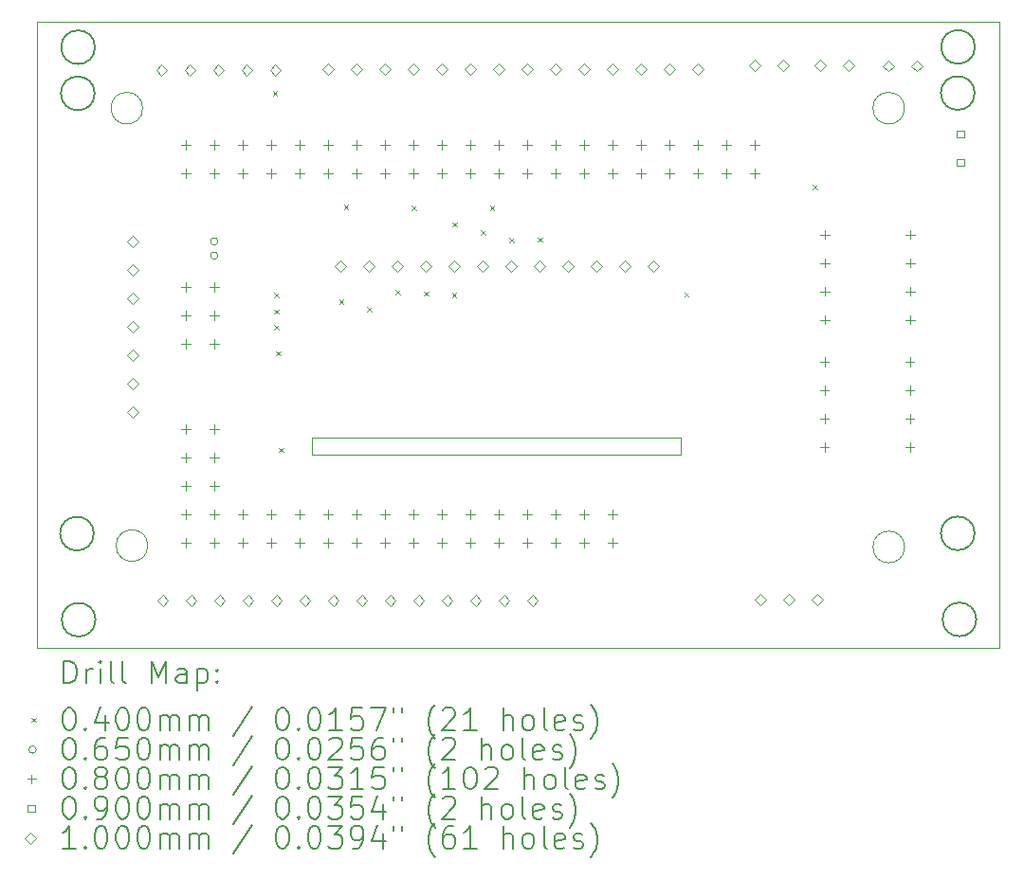
<source format=gbr>
%TF.GenerationSoftware,KiCad,Pcbnew,7.0.1*%
%TF.CreationDate,2023-09-27T13:26:46+00:00*%
%TF.ProjectId,Control_Board,436f6e74-726f-46c5-9f42-6f6172642e6b,rev?*%
%TF.SameCoordinates,Original*%
%TF.FileFunction,Drillmap*%
%TF.FilePolarity,Positive*%
%FSLAX45Y45*%
G04 Gerber Fmt 4.5, Leading zero omitted, Abs format (unit mm)*
G04 Created by KiCad (PCBNEW 7.0.1) date 2023-09-27 13:26:46*
%MOMM*%
%LPD*%
G01*
G04 APERTURE LIST*
%ADD10C,0.200000*%
%ADD11C,0.100000*%
%ADD12C,0.040000*%
%ADD13C,0.065000*%
%ADD14C,0.080000*%
%ADD15C,0.090000*%
G04 APERTURE END LIST*
D10*
X17458041Y-7912500D02*
G75*
G03*
X17458041Y-7912500I-150541J0D01*
G01*
D11*
X16832500Y-8047000D02*
G75*
G03*
X16832500Y-8047000I-141532J0D01*
G01*
X10029032Y-8047000D02*
G75*
G03*
X10029032Y-8047000I-141532J0D01*
G01*
D10*
X9592500Y-11850000D02*
G75*
G03*
X9592500Y-11850000I-150541J0D01*
G01*
X17460541Y-7499459D02*
G75*
G03*
X17460541Y-7499459I-150541J0D01*
G01*
X9600541Y-7915000D02*
G75*
G03*
X9600541Y-7915000I-150541J0D01*
G01*
X17458041Y-11847500D02*
G75*
G03*
X17458041Y-11847500I-150541J0D01*
G01*
D11*
X10075000Y-11957000D02*
G75*
G03*
X10075000Y-11957000I-141532J0D01*
G01*
D10*
X17473041Y-12616959D02*
G75*
G03*
X17473041Y-12616959I-150541J0D01*
G01*
D11*
X11542500Y-10990000D02*
X14832500Y-10990000D01*
X14832500Y-11145000D01*
X11542500Y-11145000D01*
X11542500Y-10990000D01*
D10*
X9607500Y-12619459D02*
G75*
G03*
X9607500Y-12619459I-150541J0D01*
G01*
D11*
X16833000Y-11969500D02*
G75*
G03*
X16833000Y-11969500I-141532J0D01*
G01*
D10*
X9603041Y-7501959D02*
G75*
G03*
X9603041Y-7501959I-150541J0D01*
G01*
D11*
X9083000Y-7272500D02*
X17678500Y-7272500D01*
X17678500Y-12870500D01*
X9083000Y-12870500D01*
X9083000Y-7272500D01*
D10*
D12*
X11190000Y-7895000D02*
X11230000Y-7935000D01*
X11230000Y-7895000D02*
X11190000Y-7935000D01*
X11201250Y-9846250D02*
X11241250Y-9886250D01*
X11241250Y-9846250D02*
X11201250Y-9886250D01*
X11205000Y-9697500D02*
X11245000Y-9737500D01*
X11245000Y-9697500D02*
X11205000Y-9737500D01*
X11205000Y-9987500D02*
X11245000Y-10027500D01*
X11245000Y-9987500D02*
X11205000Y-10027500D01*
X11205000Y-9987500D02*
X11245000Y-10027500D01*
X11245000Y-9987500D02*
X11205000Y-10027500D01*
X11217500Y-10217500D02*
X11257500Y-10257500D01*
X11257500Y-10217500D02*
X11217500Y-10257500D01*
X11242500Y-11082500D02*
X11282500Y-11122500D01*
X11282500Y-11082500D02*
X11242500Y-11122500D01*
X11782968Y-9754000D02*
X11822968Y-9794000D01*
X11822968Y-9754000D02*
X11782968Y-9794000D01*
X11825000Y-8912500D02*
X11865000Y-8952500D01*
X11865000Y-8912500D02*
X11825000Y-8952500D01*
X12030968Y-9826500D02*
X12070968Y-9866500D01*
X12070968Y-9826500D02*
X12030968Y-9866500D01*
X12285968Y-9671500D02*
X12325968Y-9711500D01*
X12325968Y-9671500D02*
X12285968Y-9711500D01*
X12432500Y-8917500D02*
X12472500Y-8957500D01*
X12472500Y-8917500D02*
X12432500Y-8957500D01*
X12540968Y-9684000D02*
X12580968Y-9724000D01*
X12580968Y-9684000D02*
X12540968Y-9724000D01*
X12790000Y-9697500D02*
X12830000Y-9737500D01*
X12830000Y-9697500D02*
X12790000Y-9737500D01*
X12795468Y-9066500D02*
X12835468Y-9106500D01*
X12835468Y-9066500D02*
X12795468Y-9106500D01*
X13048968Y-9140500D02*
X13088968Y-9180500D01*
X13088968Y-9140500D02*
X13048968Y-9180500D01*
X13130000Y-8917500D02*
X13170000Y-8957500D01*
X13170000Y-8917500D02*
X13130000Y-8957500D01*
X13304802Y-9205116D02*
X13344802Y-9245116D01*
X13344802Y-9205116D02*
X13304802Y-9245116D01*
X13555468Y-9201500D02*
X13595468Y-9241500D01*
X13595468Y-9201500D02*
X13555468Y-9241500D01*
X14865000Y-9692500D02*
X14905000Y-9732500D01*
X14905000Y-9692500D02*
X14865000Y-9732500D01*
X16015000Y-8735000D02*
X16055000Y-8775000D01*
X16055000Y-8735000D02*
X16015000Y-8775000D01*
D13*
X10700000Y-9238000D02*
G75*
G03*
X10700000Y-9238000I-32500J0D01*
G01*
X10700000Y-9365000D02*
G75*
G03*
X10700000Y-9365000I-32500J0D01*
G01*
D14*
X10413468Y-8334000D02*
X10413468Y-8414000D01*
X10373468Y-8374000D02*
X10453468Y-8374000D01*
X10413468Y-8588000D02*
X10413468Y-8668000D01*
X10373468Y-8628000D02*
X10453468Y-8628000D01*
X10413468Y-9604000D02*
X10413468Y-9684000D01*
X10373468Y-9644000D02*
X10453468Y-9644000D01*
X10413468Y-9858000D02*
X10413468Y-9938000D01*
X10373468Y-9898000D02*
X10453468Y-9898000D01*
X10413468Y-10112000D02*
X10413468Y-10192000D01*
X10373468Y-10152000D02*
X10453468Y-10152000D01*
X10413468Y-10874000D02*
X10413468Y-10954000D01*
X10373468Y-10914000D02*
X10453468Y-10914000D01*
X10413468Y-11128000D02*
X10413468Y-11208000D01*
X10373468Y-11168000D02*
X10453468Y-11168000D01*
X10413468Y-11382000D02*
X10413468Y-11462000D01*
X10373468Y-11422000D02*
X10453468Y-11422000D01*
X10413468Y-11636000D02*
X10413468Y-11716000D01*
X10373468Y-11676000D02*
X10453468Y-11676000D01*
X10413468Y-11890000D02*
X10413468Y-11970000D01*
X10373468Y-11930000D02*
X10453468Y-11930000D01*
X10667468Y-8334000D02*
X10667468Y-8414000D01*
X10627468Y-8374000D02*
X10707468Y-8374000D01*
X10667468Y-8588000D02*
X10667468Y-8668000D01*
X10627468Y-8628000D02*
X10707468Y-8628000D01*
X10667468Y-9604000D02*
X10667468Y-9684000D01*
X10627468Y-9644000D02*
X10707468Y-9644000D01*
X10667468Y-9858000D02*
X10667468Y-9938000D01*
X10627468Y-9898000D02*
X10707468Y-9898000D01*
X10667468Y-10112000D02*
X10667468Y-10192000D01*
X10627468Y-10152000D02*
X10707468Y-10152000D01*
X10667468Y-10874000D02*
X10667468Y-10954000D01*
X10627468Y-10914000D02*
X10707468Y-10914000D01*
X10667468Y-11128000D02*
X10667468Y-11208000D01*
X10627468Y-11168000D02*
X10707468Y-11168000D01*
X10667468Y-11382000D02*
X10667468Y-11462000D01*
X10627468Y-11422000D02*
X10707468Y-11422000D01*
X10667468Y-11636000D02*
X10667468Y-11716000D01*
X10627468Y-11676000D02*
X10707468Y-11676000D01*
X10667468Y-11890000D02*
X10667468Y-11970000D01*
X10627468Y-11930000D02*
X10707468Y-11930000D01*
X10921468Y-8334000D02*
X10921468Y-8414000D01*
X10881468Y-8374000D02*
X10961468Y-8374000D01*
X10921468Y-8588000D02*
X10921468Y-8668000D01*
X10881468Y-8628000D02*
X10961468Y-8628000D01*
X10921468Y-11636000D02*
X10921468Y-11716000D01*
X10881468Y-11676000D02*
X10961468Y-11676000D01*
X10921468Y-11890000D02*
X10921468Y-11970000D01*
X10881468Y-11930000D02*
X10961468Y-11930000D01*
X11175468Y-8334000D02*
X11175468Y-8414000D01*
X11135468Y-8374000D02*
X11215468Y-8374000D01*
X11175468Y-8588000D02*
X11175468Y-8668000D01*
X11135468Y-8628000D02*
X11215468Y-8628000D01*
X11175468Y-11636000D02*
X11175468Y-11716000D01*
X11135468Y-11676000D02*
X11215468Y-11676000D01*
X11175468Y-11890000D02*
X11175468Y-11970000D01*
X11135468Y-11930000D02*
X11215468Y-11930000D01*
X11429468Y-8334000D02*
X11429468Y-8414000D01*
X11389468Y-8374000D02*
X11469468Y-8374000D01*
X11429468Y-8588000D02*
X11429468Y-8668000D01*
X11389468Y-8628000D02*
X11469468Y-8628000D01*
X11429468Y-11636000D02*
X11429468Y-11716000D01*
X11389468Y-11676000D02*
X11469468Y-11676000D01*
X11429468Y-11890000D02*
X11429468Y-11970000D01*
X11389468Y-11930000D02*
X11469468Y-11930000D01*
X11683468Y-8334000D02*
X11683468Y-8414000D01*
X11643468Y-8374000D02*
X11723468Y-8374000D01*
X11683468Y-8588000D02*
X11683468Y-8668000D01*
X11643468Y-8628000D02*
X11723468Y-8628000D01*
X11683468Y-11636000D02*
X11683468Y-11716000D01*
X11643468Y-11676000D02*
X11723468Y-11676000D01*
X11683468Y-11890000D02*
X11683468Y-11970000D01*
X11643468Y-11930000D02*
X11723468Y-11930000D01*
X11937468Y-8334000D02*
X11937468Y-8414000D01*
X11897468Y-8374000D02*
X11977468Y-8374000D01*
X11937468Y-8588000D02*
X11937468Y-8668000D01*
X11897468Y-8628000D02*
X11977468Y-8628000D01*
X11937468Y-11636000D02*
X11937468Y-11716000D01*
X11897468Y-11676000D02*
X11977468Y-11676000D01*
X11937468Y-11890000D02*
X11937468Y-11970000D01*
X11897468Y-11930000D02*
X11977468Y-11930000D01*
X12191468Y-8334000D02*
X12191468Y-8414000D01*
X12151468Y-8374000D02*
X12231468Y-8374000D01*
X12191468Y-8588000D02*
X12191468Y-8668000D01*
X12151468Y-8628000D02*
X12231468Y-8628000D01*
X12191468Y-11636000D02*
X12191468Y-11716000D01*
X12151468Y-11676000D02*
X12231468Y-11676000D01*
X12191468Y-11890000D02*
X12191468Y-11970000D01*
X12151468Y-11930000D02*
X12231468Y-11930000D01*
X12445468Y-8334000D02*
X12445468Y-8414000D01*
X12405468Y-8374000D02*
X12485468Y-8374000D01*
X12445468Y-8588000D02*
X12445468Y-8668000D01*
X12405468Y-8628000D02*
X12485468Y-8628000D01*
X12445468Y-11636000D02*
X12445468Y-11716000D01*
X12405468Y-11676000D02*
X12485468Y-11676000D01*
X12445468Y-11890000D02*
X12445468Y-11970000D01*
X12405468Y-11930000D02*
X12485468Y-11930000D01*
X12699468Y-8334000D02*
X12699468Y-8414000D01*
X12659468Y-8374000D02*
X12739468Y-8374000D01*
X12699468Y-8588000D02*
X12699468Y-8668000D01*
X12659468Y-8628000D02*
X12739468Y-8628000D01*
X12699468Y-11636000D02*
X12699468Y-11716000D01*
X12659468Y-11676000D02*
X12739468Y-11676000D01*
X12699468Y-11890000D02*
X12699468Y-11970000D01*
X12659468Y-11930000D02*
X12739468Y-11930000D01*
X12953468Y-8334000D02*
X12953468Y-8414000D01*
X12913468Y-8374000D02*
X12993468Y-8374000D01*
X12953468Y-8588000D02*
X12953468Y-8668000D01*
X12913468Y-8628000D02*
X12993468Y-8628000D01*
X12953468Y-11636000D02*
X12953468Y-11716000D01*
X12913468Y-11676000D02*
X12993468Y-11676000D01*
X12953468Y-11890000D02*
X12953468Y-11970000D01*
X12913468Y-11930000D02*
X12993468Y-11930000D01*
X13207468Y-8334000D02*
X13207468Y-8414000D01*
X13167468Y-8374000D02*
X13247468Y-8374000D01*
X13207468Y-8588000D02*
X13207468Y-8668000D01*
X13167468Y-8628000D02*
X13247468Y-8628000D01*
X13207468Y-11636000D02*
X13207468Y-11716000D01*
X13167468Y-11676000D02*
X13247468Y-11676000D01*
X13207468Y-11890000D02*
X13207468Y-11970000D01*
X13167468Y-11930000D02*
X13247468Y-11930000D01*
X13461468Y-8334000D02*
X13461468Y-8414000D01*
X13421468Y-8374000D02*
X13501468Y-8374000D01*
X13461468Y-8588000D02*
X13461468Y-8668000D01*
X13421468Y-8628000D02*
X13501468Y-8628000D01*
X13461468Y-11636000D02*
X13461468Y-11716000D01*
X13421468Y-11676000D02*
X13501468Y-11676000D01*
X13461468Y-11890000D02*
X13461468Y-11970000D01*
X13421468Y-11930000D02*
X13501468Y-11930000D01*
X13715468Y-8334000D02*
X13715468Y-8414000D01*
X13675468Y-8374000D02*
X13755468Y-8374000D01*
X13715468Y-8588000D02*
X13715468Y-8668000D01*
X13675468Y-8628000D02*
X13755468Y-8628000D01*
X13715468Y-11636000D02*
X13715468Y-11716000D01*
X13675468Y-11676000D02*
X13755468Y-11676000D01*
X13715468Y-11890000D02*
X13715468Y-11970000D01*
X13675468Y-11930000D02*
X13755468Y-11930000D01*
X13969468Y-8334000D02*
X13969468Y-8414000D01*
X13929468Y-8374000D02*
X14009468Y-8374000D01*
X13969468Y-8588000D02*
X13969468Y-8668000D01*
X13929468Y-8628000D02*
X14009468Y-8628000D01*
X13969468Y-11636000D02*
X13969468Y-11716000D01*
X13929468Y-11676000D02*
X14009468Y-11676000D01*
X13969468Y-11890000D02*
X13969468Y-11970000D01*
X13929468Y-11930000D02*
X14009468Y-11930000D01*
X14223468Y-8334000D02*
X14223468Y-8414000D01*
X14183468Y-8374000D02*
X14263468Y-8374000D01*
X14223468Y-8588000D02*
X14223468Y-8668000D01*
X14183468Y-8628000D02*
X14263468Y-8628000D01*
X14223468Y-11636000D02*
X14223468Y-11716000D01*
X14183468Y-11676000D02*
X14263468Y-11676000D01*
X14223468Y-11890000D02*
X14223468Y-11970000D01*
X14183468Y-11930000D02*
X14263468Y-11930000D01*
X14477468Y-8334000D02*
X14477468Y-8414000D01*
X14437468Y-8374000D02*
X14517468Y-8374000D01*
X14477468Y-8588000D02*
X14477468Y-8668000D01*
X14437468Y-8628000D02*
X14517468Y-8628000D01*
X14731468Y-8334000D02*
X14731468Y-8414000D01*
X14691468Y-8374000D02*
X14771468Y-8374000D01*
X14731468Y-8588000D02*
X14731468Y-8668000D01*
X14691468Y-8628000D02*
X14771468Y-8628000D01*
X14985468Y-8334000D02*
X14985468Y-8414000D01*
X14945468Y-8374000D02*
X15025468Y-8374000D01*
X14985468Y-8588000D02*
X14985468Y-8668000D01*
X14945468Y-8628000D02*
X15025468Y-8628000D01*
X15239468Y-8334000D02*
X15239468Y-8414000D01*
X15199468Y-8374000D02*
X15279468Y-8374000D01*
X15239468Y-8588000D02*
X15239468Y-8668000D01*
X15199468Y-8628000D02*
X15279468Y-8628000D01*
X15493468Y-8334000D02*
X15493468Y-8414000D01*
X15453468Y-8374000D02*
X15533468Y-8374000D01*
X15493468Y-8588000D02*
X15493468Y-8668000D01*
X15453468Y-8628000D02*
X15533468Y-8628000D01*
X16118968Y-10275000D02*
X16118968Y-10355000D01*
X16078968Y-10315000D02*
X16158968Y-10315000D01*
X16118968Y-10529000D02*
X16118968Y-10609000D01*
X16078968Y-10569000D02*
X16158968Y-10569000D01*
X16118968Y-10783000D02*
X16118968Y-10863000D01*
X16078968Y-10823000D02*
X16158968Y-10823000D01*
X16118968Y-11037000D02*
X16118968Y-11117000D01*
X16078968Y-11077000D02*
X16158968Y-11077000D01*
X16121468Y-9137000D02*
X16121468Y-9217000D01*
X16081468Y-9177000D02*
X16161468Y-9177000D01*
X16121468Y-9391000D02*
X16121468Y-9471000D01*
X16081468Y-9431000D02*
X16161468Y-9431000D01*
X16121468Y-9645000D02*
X16121468Y-9725000D01*
X16081468Y-9685000D02*
X16161468Y-9685000D01*
X16121468Y-9899000D02*
X16121468Y-9979000D01*
X16081468Y-9939000D02*
X16161468Y-9939000D01*
X16880968Y-10275000D02*
X16880968Y-10355000D01*
X16840968Y-10315000D02*
X16920968Y-10315000D01*
X16880968Y-10529000D02*
X16880968Y-10609000D01*
X16840968Y-10569000D02*
X16920968Y-10569000D01*
X16880968Y-10783000D02*
X16880968Y-10863000D01*
X16840968Y-10823000D02*
X16920968Y-10823000D01*
X16880968Y-11037000D02*
X16880968Y-11117000D01*
X16840968Y-11077000D02*
X16920968Y-11077000D01*
X16883468Y-9137000D02*
X16883468Y-9217000D01*
X16843468Y-9177000D02*
X16923468Y-9177000D01*
X16883468Y-9391000D02*
X16883468Y-9471000D01*
X16843468Y-9431000D02*
X16923468Y-9431000D01*
X16883468Y-9645000D02*
X16883468Y-9725000D01*
X16843468Y-9685000D02*
X16923468Y-9685000D01*
X16883468Y-9899000D02*
X16883468Y-9979000D01*
X16843468Y-9939000D02*
X16923468Y-9939000D01*
D15*
X17361820Y-8310820D02*
X17361820Y-8247180D01*
X17298180Y-8247180D01*
X17298180Y-8310820D01*
X17361820Y-8310820D01*
X17361820Y-8564820D02*
X17361820Y-8501180D01*
X17298180Y-8501180D01*
X17298180Y-8564820D01*
X17361820Y-8564820D01*
D11*
X9938468Y-9289500D02*
X9988468Y-9239500D01*
X9938468Y-9189500D01*
X9888468Y-9239500D01*
X9938468Y-9289500D01*
X9938468Y-9543500D02*
X9988468Y-9493500D01*
X9938468Y-9443500D01*
X9888468Y-9493500D01*
X9938468Y-9543500D01*
X9938468Y-9797500D02*
X9988468Y-9747500D01*
X9938468Y-9697500D01*
X9888468Y-9747500D01*
X9938468Y-9797500D01*
X9938468Y-10051500D02*
X9988468Y-10001500D01*
X9938468Y-9951500D01*
X9888468Y-10001500D01*
X9938468Y-10051500D01*
X9938468Y-10305500D02*
X9988468Y-10255500D01*
X9938468Y-10205500D01*
X9888468Y-10255500D01*
X9938468Y-10305500D01*
X9938468Y-10559500D02*
X9988468Y-10509500D01*
X9938468Y-10459500D01*
X9888468Y-10509500D01*
X9938468Y-10559500D01*
X9938468Y-10813500D02*
X9988468Y-10763500D01*
X9938468Y-10713500D01*
X9888468Y-10763500D01*
X9938468Y-10813500D01*
X10198468Y-7759500D02*
X10248468Y-7709500D01*
X10198468Y-7659500D01*
X10148468Y-7709500D01*
X10198468Y-7759500D01*
X10207500Y-12500000D02*
X10257500Y-12450000D01*
X10207500Y-12400000D01*
X10157500Y-12450000D01*
X10207500Y-12500000D01*
X10452468Y-7759500D02*
X10502468Y-7709500D01*
X10452468Y-7659500D01*
X10402468Y-7709500D01*
X10452468Y-7759500D01*
X10461500Y-12500000D02*
X10511500Y-12450000D01*
X10461500Y-12400000D01*
X10411500Y-12450000D01*
X10461500Y-12500000D01*
X10706468Y-7759500D02*
X10756468Y-7709500D01*
X10706468Y-7659500D01*
X10656468Y-7709500D01*
X10706468Y-7759500D01*
X10715500Y-12500000D02*
X10765500Y-12450000D01*
X10715500Y-12400000D01*
X10665500Y-12450000D01*
X10715500Y-12500000D01*
X10960468Y-7759500D02*
X11010468Y-7709500D01*
X10960468Y-7659500D01*
X10910468Y-7709500D01*
X10960468Y-7759500D01*
X10969500Y-12500000D02*
X11019500Y-12450000D01*
X10969500Y-12400000D01*
X10919500Y-12450000D01*
X10969500Y-12500000D01*
X11214468Y-7759500D02*
X11264468Y-7709500D01*
X11214468Y-7659500D01*
X11164468Y-7709500D01*
X11214468Y-7759500D01*
X11223500Y-12500000D02*
X11273500Y-12450000D01*
X11223500Y-12400000D01*
X11173500Y-12450000D01*
X11223500Y-12500000D01*
X11477500Y-12500000D02*
X11527500Y-12450000D01*
X11477500Y-12400000D01*
X11427500Y-12450000D01*
X11477500Y-12500000D01*
X11685000Y-7745000D02*
X11735000Y-7695000D01*
X11685000Y-7645000D01*
X11635000Y-7695000D01*
X11685000Y-7745000D01*
X11731500Y-12500000D02*
X11781500Y-12450000D01*
X11731500Y-12400000D01*
X11681500Y-12450000D01*
X11731500Y-12500000D01*
X11795000Y-9507500D02*
X11845000Y-9457500D01*
X11795000Y-9407500D01*
X11745000Y-9457500D01*
X11795000Y-9507500D01*
X11939000Y-7745000D02*
X11989000Y-7695000D01*
X11939000Y-7645000D01*
X11889000Y-7695000D01*
X11939000Y-7745000D01*
X11985500Y-12500000D02*
X12035500Y-12450000D01*
X11985500Y-12400000D01*
X11935500Y-12450000D01*
X11985500Y-12500000D01*
X12049000Y-9507500D02*
X12099000Y-9457500D01*
X12049000Y-9407500D01*
X11999000Y-9457500D01*
X12049000Y-9507500D01*
X12193000Y-7745000D02*
X12243000Y-7695000D01*
X12193000Y-7645000D01*
X12143000Y-7695000D01*
X12193000Y-7745000D01*
X12239500Y-12500000D02*
X12289500Y-12450000D01*
X12239500Y-12400000D01*
X12189500Y-12450000D01*
X12239500Y-12500000D01*
X12303000Y-9507500D02*
X12353000Y-9457500D01*
X12303000Y-9407500D01*
X12253000Y-9457500D01*
X12303000Y-9507500D01*
X12447000Y-7745000D02*
X12497000Y-7695000D01*
X12447000Y-7645000D01*
X12397000Y-7695000D01*
X12447000Y-7745000D01*
X12493500Y-12500000D02*
X12543500Y-12450000D01*
X12493500Y-12400000D01*
X12443500Y-12450000D01*
X12493500Y-12500000D01*
X12557000Y-9507500D02*
X12607000Y-9457500D01*
X12557000Y-9407500D01*
X12507000Y-9457500D01*
X12557000Y-9507500D01*
X12701000Y-7745000D02*
X12751000Y-7695000D01*
X12701000Y-7645000D01*
X12651000Y-7695000D01*
X12701000Y-7745000D01*
X12747500Y-12500000D02*
X12797500Y-12450000D01*
X12747500Y-12400000D01*
X12697500Y-12450000D01*
X12747500Y-12500000D01*
X12811000Y-9507500D02*
X12861000Y-9457500D01*
X12811000Y-9407500D01*
X12761000Y-9457500D01*
X12811000Y-9507500D01*
X12955000Y-7745000D02*
X13005000Y-7695000D01*
X12955000Y-7645000D01*
X12905000Y-7695000D01*
X12955000Y-7745000D01*
X13001500Y-12500000D02*
X13051500Y-12450000D01*
X13001500Y-12400000D01*
X12951500Y-12450000D01*
X13001500Y-12500000D01*
X13065000Y-9507500D02*
X13115000Y-9457500D01*
X13065000Y-9407500D01*
X13015000Y-9457500D01*
X13065000Y-9507500D01*
X13209000Y-7745000D02*
X13259000Y-7695000D01*
X13209000Y-7645000D01*
X13159000Y-7695000D01*
X13209000Y-7745000D01*
X13255500Y-12500000D02*
X13305500Y-12450000D01*
X13255500Y-12400000D01*
X13205500Y-12450000D01*
X13255500Y-12500000D01*
X13319000Y-9507500D02*
X13369000Y-9457500D01*
X13319000Y-9407500D01*
X13269000Y-9457500D01*
X13319000Y-9507500D01*
X13463000Y-7745000D02*
X13513000Y-7695000D01*
X13463000Y-7645000D01*
X13413000Y-7695000D01*
X13463000Y-7745000D01*
X13509500Y-12500000D02*
X13559500Y-12450000D01*
X13509500Y-12400000D01*
X13459500Y-12450000D01*
X13509500Y-12500000D01*
X13573000Y-9507500D02*
X13623000Y-9457500D01*
X13573000Y-9407500D01*
X13523000Y-9457500D01*
X13573000Y-9507500D01*
X13717000Y-7745000D02*
X13767000Y-7695000D01*
X13717000Y-7645000D01*
X13667000Y-7695000D01*
X13717000Y-7745000D01*
X13827000Y-9507500D02*
X13877000Y-9457500D01*
X13827000Y-9407500D01*
X13777000Y-9457500D01*
X13827000Y-9507500D01*
X13971000Y-7745000D02*
X14021000Y-7695000D01*
X13971000Y-7645000D01*
X13921000Y-7695000D01*
X13971000Y-7745000D01*
X14081000Y-9507500D02*
X14131000Y-9457500D01*
X14081000Y-9407500D01*
X14031000Y-9457500D01*
X14081000Y-9507500D01*
X14225000Y-7745000D02*
X14275000Y-7695000D01*
X14225000Y-7645000D01*
X14175000Y-7695000D01*
X14225000Y-7745000D01*
X14335000Y-9507500D02*
X14385000Y-9457500D01*
X14335000Y-9407500D01*
X14285000Y-9457500D01*
X14335000Y-9507500D01*
X14479000Y-7745000D02*
X14529000Y-7695000D01*
X14479000Y-7645000D01*
X14429000Y-7695000D01*
X14479000Y-7745000D01*
X14589000Y-9507500D02*
X14639000Y-9457500D01*
X14589000Y-9407500D01*
X14539000Y-9457500D01*
X14589000Y-9507500D01*
X14733000Y-7745000D02*
X14783000Y-7695000D01*
X14733000Y-7645000D01*
X14683000Y-7695000D01*
X14733000Y-7745000D01*
X14987000Y-7745000D02*
X15037000Y-7695000D01*
X14987000Y-7645000D01*
X14937000Y-7695000D01*
X14987000Y-7745000D01*
X15492468Y-7717500D02*
X15542468Y-7667500D01*
X15492468Y-7617500D01*
X15442468Y-7667500D01*
X15492468Y-7717500D01*
X15547500Y-12490000D02*
X15597500Y-12440000D01*
X15547500Y-12390000D01*
X15497500Y-12440000D01*
X15547500Y-12490000D01*
X15746468Y-7717500D02*
X15796468Y-7667500D01*
X15746468Y-7617500D01*
X15696468Y-7667500D01*
X15746468Y-7717500D01*
X15801500Y-12490000D02*
X15851500Y-12440000D01*
X15801500Y-12390000D01*
X15751500Y-12440000D01*
X15801500Y-12490000D01*
X16055500Y-12490000D02*
X16105500Y-12440000D01*
X16055500Y-12390000D01*
X16005500Y-12440000D01*
X16055500Y-12490000D01*
X16075968Y-7717000D02*
X16125968Y-7667000D01*
X16075968Y-7617000D01*
X16025968Y-7667000D01*
X16075968Y-7717000D01*
X16329968Y-7717000D02*
X16379968Y-7667000D01*
X16329968Y-7617000D01*
X16279968Y-7667000D01*
X16329968Y-7717000D01*
X16686968Y-7719500D02*
X16736968Y-7669500D01*
X16686968Y-7619500D01*
X16636968Y-7669500D01*
X16686968Y-7719500D01*
X16940968Y-7719500D02*
X16990968Y-7669500D01*
X16940968Y-7619500D01*
X16890968Y-7669500D01*
X16940968Y-7719500D01*
D10*
X9325619Y-13188024D02*
X9325619Y-12988024D01*
X9325619Y-12988024D02*
X9373238Y-12988024D01*
X9373238Y-12988024D02*
X9401810Y-12997548D01*
X9401810Y-12997548D02*
X9420857Y-13016595D01*
X9420857Y-13016595D02*
X9430381Y-13035643D01*
X9430381Y-13035643D02*
X9439905Y-13073738D01*
X9439905Y-13073738D02*
X9439905Y-13102309D01*
X9439905Y-13102309D02*
X9430381Y-13140405D01*
X9430381Y-13140405D02*
X9420857Y-13159452D01*
X9420857Y-13159452D02*
X9401810Y-13178500D01*
X9401810Y-13178500D02*
X9373238Y-13188024D01*
X9373238Y-13188024D02*
X9325619Y-13188024D01*
X9525619Y-13188024D02*
X9525619Y-13054690D01*
X9525619Y-13092786D02*
X9535143Y-13073738D01*
X9535143Y-13073738D02*
X9544667Y-13064214D01*
X9544667Y-13064214D02*
X9563714Y-13054690D01*
X9563714Y-13054690D02*
X9582762Y-13054690D01*
X9649429Y-13188024D02*
X9649429Y-13054690D01*
X9649429Y-12988024D02*
X9639905Y-12997548D01*
X9639905Y-12997548D02*
X9649429Y-13007071D01*
X9649429Y-13007071D02*
X9658952Y-12997548D01*
X9658952Y-12997548D02*
X9649429Y-12988024D01*
X9649429Y-12988024D02*
X9649429Y-13007071D01*
X9773238Y-13188024D02*
X9754190Y-13178500D01*
X9754190Y-13178500D02*
X9744667Y-13159452D01*
X9744667Y-13159452D02*
X9744667Y-12988024D01*
X9878000Y-13188024D02*
X9858952Y-13178500D01*
X9858952Y-13178500D02*
X9849429Y-13159452D01*
X9849429Y-13159452D02*
X9849429Y-12988024D01*
X10106571Y-13188024D02*
X10106571Y-12988024D01*
X10106571Y-12988024D02*
X10173238Y-13130881D01*
X10173238Y-13130881D02*
X10239905Y-12988024D01*
X10239905Y-12988024D02*
X10239905Y-13188024D01*
X10420857Y-13188024D02*
X10420857Y-13083262D01*
X10420857Y-13083262D02*
X10411333Y-13064214D01*
X10411333Y-13064214D02*
X10392286Y-13054690D01*
X10392286Y-13054690D02*
X10354190Y-13054690D01*
X10354190Y-13054690D02*
X10335143Y-13064214D01*
X10420857Y-13178500D02*
X10401810Y-13188024D01*
X10401810Y-13188024D02*
X10354190Y-13188024D01*
X10354190Y-13188024D02*
X10335143Y-13178500D01*
X10335143Y-13178500D02*
X10325619Y-13159452D01*
X10325619Y-13159452D02*
X10325619Y-13140405D01*
X10325619Y-13140405D02*
X10335143Y-13121357D01*
X10335143Y-13121357D02*
X10354190Y-13111833D01*
X10354190Y-13111833D02*
X10401810Y-13111833D01*
X10401810Y-13111833D02*
X10420857Y-13102309D01*
X10516095Y-13054690D02*
X10516095Y-13254690D01*
X10516095Y-13064214D02*
X10535143Y-13054690D01*
X10535143Y-13054690D02*
X10573238Y-13054690D01*
X10573238Y-13054690D02*
X10592286Y-13064214D01*
X10592286Y-13064214D02*
X10601810Y-13073738D01*
X10601810Y-13073738D02*
X10611333Y-13092786D01*
X10611333Y-13092786D02*
X10611333Y-13149928D01*
X10611333Y-13149928D02*
X10601810Y-13168976D01*
X10601810Y-13168976D02*
X10592286Y-13178500D01*
X10592286Y-13178500D02*
X10573238Y-13188024D01*
X10573238Y-13188024D02*
X10535143Y-13188024D01*
X10535143Y-13188024D02*
X10516095Y-13178500D01*
X10697048Y-13168976D02*
X10706571Y-13178500D01*
X10706571Y-13178500D02*
X10697048Y-13188024D01*
X10697048Y-13188024D02*
X10687524Y-13178500D01*
X10687524Y-13178500D02*
X10697048Y-13168976D01*
X10697048Y-13168976D02*
X10697048Y-13188024D01*
X10697048Y-13064214D02*
X10706571Y-13073738D01*
X10706571Y-13073738D02*
X10697048Y-13083262D01*
X10697048Y-13083262D02*
X10687524Y-13073738D01*
X10687524Y-13073738D02*
X10697048Y-13064214D01*
X10697048Y-13064214D02*
X10697048Y-13083262D01*
D12*
X9038000Y-13495500D02*
X9078000Y-13535500D01*
X9078000Y-13495500D02*
X9038000Y-13535500D01*
D10*
X9363714Y-13408024D02*
X9382762Y-13408024D01*
X9382762Y-13408024D02*
X9401810Y-13417548D01*
X9401810Y-13417548D02*
X9411333Y-13427071D01*
X9411333Y-13427071D02*
X9420857Y-13446119D01*
X9420857Y-13446119D02*
X9430381Y-13484214D01*
X9430381Y-13484214D02*
X9430381Y-13531833D01*
X9430381Y-13531833D02*
X9420857Y-13569928D01*
X9420857Y-13569928D02*
X9411333Y-13588976D01*
X9411333Y-13588976D02*
X9401810Y-13598500D01*
X9401810Y-13598500D02*
X9382762Y-13608024D01*
X9382762Y-13608024D02*
X9363714Y-13608024D01*
X9363714Y-13608024D02*
X9344667Y-13598500D01*
X9344667Y-13598500D02*
X9335143Y-13588976D01*
X9335143Y-13588976D02*
X9325619Y-13569928D01*
X9325619Y-13569928D02*
X9316095Y-13531833D01*
X9316095Y-13531833D02*
X9316095Y-13484214D01*
X9316095Y-13484214D02*
X9325619Y-13446119D01*
X9325619Y-13446119D02*
X9335143Y-13427071D01*
X9335143Y-13427071D02*
X9344667Y-13417548D01*
X9344667Y-13417548D02*
X9363714Y-13408024D01*
X9516095Y-13588976D02*
X9525619Y-13598500D01*
X9525619Y-13598500D02*
X9516095Y-13608024D01*
X9516095Y-13608024D02*
X9506571Y-13598500D01*
X9506571Y-13598500D02*
X9516095Y-13588976D01*
X9516095Y-13588976D02*
X9516095Y-13608024D01*
X9697048Y-13474690D02*
X9697048Y-13608024D01*
X9649429Y-13398500D02*
X9601810Y-13541357D01*
X9601810Y-13541357D02*
X9725619Y-13541357D01*
X9839905Y-13408024D02*
X9858952Y-13408024D01*
X9858952Y-13408024D02*
X9878000Y-13417548D01*
X9878000Y-13417548D02*
X9887524Y-13427071D01*
X9887524Y-13427071D02*
X9897048Y-13446119D01*
X9897048Y-13446119D02*
X9906571Y-13484214D01*
X9906571Y-13484214D02*
X9906571Y-13531833D01*
X9906571Y-13531833D02*
X9897048Y-13569928D01*
X9897048Y-13569928D02*
X9887524Y-13588976D01*
X9887524Y-13588976D02*
X9878000Y-13598500D01*
X9878000Y-13598500D02*
X9858952Y-13608024D01*
X9858952Y-13608024D02*
X9839905Y-13608024D01*
X9839905Y-13608024D02*
X9820857Y-13598500D01*
X9820857Y-13598500D02*
X9811333Y-13588976D01*
X9811333Y-13588976D02*
X9801810Y-13569928D01*
X9801810Y-13569928D02*
X9792286Y-13531833D01*
X9792286Y-13531833D02*
X9792286Y-13484214D01*
X9792286Y-13484214D02*
X9801810Y-13446119D01*
X9801810Y-13446119D02*
X9811333Y-13427071D01*
X9811333Y-13427071D02*
X9820857Y-13417548D01*
X9820857Y-13417548D02*
X9839905Y-13408024D01*
X10030381Y-13408024D02*
X10049429Y-13408024D01*
X10049429Y-13408024D02*
X10068476Y-13417548D01*
X10068476Y-13417548D02*
X10078000Y-13427071D01*
X10078000Y-13427071D02*
X10087524Y-13446119D01*
X10087524Y-13446119D02*
X10097048Y-13484214D01*
X10097048Y-13484214D02*
X10097048Y-13531833D01*
X10097048Y-13531833D02*
X10087524Y-13569928D01*
X10087524Y-13569928D02*
X10078000Y-13588976D01*
X10078000Y-13588976D02*
X10068476Y-13598500D01*
X10068476Y-13598500D02*
X10049429Y-13608024D01*
X10049429Y-13608024D02*
X10030381Y-13608024D01*
X10030381Y-13608024D02*
X10011333Y-13598500D01*
X10011333Y-13598500D02*
X10001810Y-13588976D01*
X10001810Y-13588976D02*
X9992286Y-13569928D01*
X9992286Y-13569928D02*
X9982762Y-13531833D01*
X9982762Y-13531833D02*
X9982762Y-13484214D01*
X9982762Y-13484214D02*
X9992286Y-13446119D01*
X9992286Y-13446119D02*
X10001810Y-13427071D01*
X10001810Y-13427071D02*
X10011333Y-13417548D01*
X10011333Y-13417548D02*
X10030381Y-13408024D01*
X10182762Y-13608024D02*
X10182762Y-13474690D01*
X10182762Y-13493738D02*
X10192286Y-13484214D01*
X10192286Y-13484214D02*
X10211333Y-13474690D01*
X10211333Y-13474690D02*
X10239905Y-13474690D01*
X10239905Y-13474690D02*
X10258952Y-13484214D01*
X10258952Y-13484214D02*
X10268476Y-13503262D01*
X10268476Y-13503262D02*
X10268476Y-13608024D01*
X10268476Y-13503262D02*
X10278000Y-13484214D01*
X10278000Y-13484214D02*
X10297048Y-13474690D01*
X10297048Y-13474690D02*
X10325619Y-13474690D01*
X10325619Y-13474690D02*
X10344667Y-13484214D01*
X10344667Y-13484214D02*
X10354191Y-13503262D01*
X10354191Y-13503262D02*
X10354191Y-13608024D01*
X10449429Y-13608024D02*
X10449429Y-13474690D01*
X10449429Y-13493738D02*
X10458952Y-13484214D01*
X10458952Y-13484214D02*
X10478000Y-13474690D01*
X10478000Y-13474690D02*
X10506572Y-13474690D01*
X10506572Y-13474690D02*
X10525619Y-13484214D01*
X10525619Y-13484214D02*
X10535143Y-13503262D01*
X10535143Y-13503262D02*
X10535143Y-13608024D01*
X10535143Y-13503262D02*
X10544667Y-13484214D01*
X10544667Y-13484214D02*
X10563714Y-13474690D01*
X10563714Y-13474690D02*
X10592286Y-13474690D01*
X10592286Y-13474690D02*
X10611333Y-13484214D01*
X10611333Y-13484214D02*
X10620857Y-13503262D01*
X10620857Y-13503262D02*
X10620857Y-13608024D01*
X11011333Y-13398500D02*
X10839905Y-13655643D01*
X11268476Y-13408024D02*
X11287524Y-13408024D01*
X11287524Y-13408024D02*
X11306572Y-13417548D01*
X11306572Y-13417548D02*
X11316095Y-13427071D01*
X11316095Y-13427071D02*
X11325619Y-13446119D01*
X11325619Y-13446119D02*
X11335143Y-13484214D01*
X11335143Y-13484214D02*
X11335143Y-13531833D01*
X11335143Y-13531833D02*
X11325619Y-13569928D01*
X11325619Y-13569928D02*
X11316095Y-13588976D01*
X11316095Y-13588976D02*
X11306572Y-13598500D01*
X11306572Y-13598500D02*
X11287524Y-13608024D01*
X11287524Y-13608024D02*
X11268476Y-13608024D01*
X11268476Y-13608024D02*
X11249429Y-13598500D01*
X11249429Y-13598500D02*
X11239905Y-13588976D01*
X11239905Y-13588976D02*
X11230381Y-13569928D01*
X11230381Y-13569928D02*
X11220857Y-13531833D01*
X11220857Y-13531833D02*
X11220857Y-13484214D01*
X11220857Y-13484214D02*
X11230381Y-13446119D01*
X11230381Y-13446119D02*
X11239905Y-13427071D01*
X11239905Y-13427071D02*
X11249429Y-13417548D01*
X11249429Y-13417548D02*
X11268476Y-13408024D01*
X11420857Y-13588976D02*
X11430381Y-13598500D01*
X11430381Y-13598500D02*
X11420857Y-13608024D01*
X11420857Y-13608024D02*
X11411333Y-13598500D01*
X11411333Y-13598500D02*
X11420857Y-13588976D01*
X11420857Y-13588976D02*
X11420857Y-13608024D01*
X11554191Y-13408024D02*
X11573238Y-13408024D01*
X11573238Y-13408024D02*
X11592286Y-13417548D01*
X11592286Y-13417548D02*
X11601810Y-13427071D01*
X11601810Y-13427071D02*
X11611333Y-13446119D01*
X11611333Y-13446119D02*
X11620857Y-13484214D01*
X11620857Y-13484214D02*
X11620857Y-13531833D01*
X11620857Y-13531833D02*
X11611333Y-13569928D01*
X11611333Y-13569928D02*
X11601810Y-13588976D01*
X11601810Y-13588976D02*
X11592286Y-13598500D01*
X11592286Y-13598500D02*
X11573238Y-13608024D01*
X11573238Y-13608024D02*
X11554191Y-13608024D01*
X11554191Y-13608024D02*
X11535143Y-13598500D01*
X11535143Y-13598500D02*
X11525619Y-13588976D01*
X11525619Y-13588976D02*
X11516095Y-13569928D01*
X11516095Y-13569928D02*
X11506572Y-13531833D01*
X11506572Y-13531833D02*
X11506572Y-13484214D01*
X11506572Y-13484214D02*
X11516095Y-13446119D01*
X11516095Y-13446119D02*
X11525619Y-13427071D01*
X11525619Y-13427071D02*
X11535143Y-13417548D01*
X11535143Y-13417548D02*
X11554191Y-13408024D01*
X11811333Y-13608024D02*
X11697048Y-13608024D01*
X11754191Y-13608024D02*
X11754191Y-13408024D01*
X11754191Y-13408024D02*
X11735143Y-13436595D01*
X11735143Y-13436595D02*
X11716095Y-13455643D01*
X11716095Y-13455643D02*
X11697048Y-13465167D01*
X11992286Y-13408024D02*
X11897048Y-13408024D01*
X11897048Y-13408024D02*
X11887524Y-13503262D01*
X11887524Y-13503262D02*
X11897048Y-13493738D01*
X11897048Y-13493738D02*
X11916095Y-13484214D01*
X11916095Y-13484214D02*
X11963714Y-13484214D01*
X11963714Y-13484214D02*
X11982762Y-13493738D01*
X11982762Y-13493738D02*
X11992286Y-13503262D01*
X11992286Y-13503262D02*
X12001810Y-13522309D01*
X12001810Y-13522309D02*
X12001810Y-13569928D01*
X12001810Y-13569928D02*
X11992286Y-13588976D01*
X11992286Y-13588976D02*
X11982762Y-13598500D01*
X11982762Y-13598500D02*
X11963714Y-13608024D01*
X11963714Y-13608024D02*
X11916095Y-13608024D01*
X11916095Y-13608024D02*
X11897048Y-13598500D01*
X11897048Y-13598500D02*
X11887524Y-13588976D01*
X12068476Y-13408024D02*
X12201810Y-13408024D01*
X12201810Y-13408024D02*
X12116095Y-13608024D01*
X12268476Y-13408024D02*
X12268476Y-13446119D01*
X12344667Y-13408024D02*
X12344667Y-13446119D01*
X12639905Y-13684214D02*
X12630381Y-13674690D01*
X12630381Y-13674690D02*
X12611334Y-13646119D01*
X12611334Y-13646119D02*
X12601810Y-13627071D01*
X12601810Y-13627071D02*
X12592286Y-13598500D01*
X12592286Y-13598500D02*
X12582762Y-13550881D01*
X12582762Y-13550881D02*
X12582762Y-13512786D01*
X12582762Y-13512786D02*
X12592286Y-13465167D01*
X12592286Y-13465167D02*
X12601810Y-13436595D01*
X12601810Y-13436595D02*
X12611334Y-13417548D01*
X12611334Y-13417548D02*
X12630381Y-13388976D01*
X12630381Y-13388976D02*
X12639905Y-13379452D01*
X12706572Y-13427071D02*
X12716095Y-13417548D01*
X12716095Y-13417548D02*
X12735143Y-13408024D01*
X12735143Y-13408024D02*
X12782762Y-13408024D01*
X12782762Y-13408024D02*
X12801810Y-13417548D01*
X12801810Y-13417548D02*
X12811334Y-13427071D01*
X12811334Y-13427071D02*
X12820857Y-13446119D01*
X12820857Y-13446119D02*
X12820857Y-13465167D01*
X12820857Y-13465167D02*
X12811334Y-13493738D01*
X12811334Y-13493738D02*
X12697048Y-13608024D01*
X12697048Y-13608024D02*
X12820857Y-13608024D01*
X13011334Y-13608024D02*
X12897048Y-13608024D01*
X12954191Y-13608024D02*
X12954191Y-13408024D01*
X12954191Y-13408024D02*
X12935143Y-13436595D01*
X12935143Y-13436595D02*
X12916095Y-13455643D01*
X12916095Y-13455643D02*
X12897048Y-13465167D01*
X13249429Y-13608024D02*
X13249429Y-13408024D01*
X13335143Y-13608024D02*
X13335143Y-13503262D01*
X13335143Y-13503262D02*
X13325619Y-13484214D01*
X13325619Y-13484214D02*
X13306572Y-13474690D01*
X13306572Y-13474690D02*
X13278000Y-13474690D01*
X13278000Y-13474690D02*
X13258953Y-13484214D01*
X13258953Y-13484214D02*
X13249429Y-13493738D01*
X13458953Y-13608024D02*
X13439905Y-13598500D01*
X13439905Y-13598500D02*
X13430381Y-13588976D01*
X13430381Y-13588976D02*
X13420857Y-13569928D01*
X13420857Y-13569928D02*
X13420857Y-13512786D01*
X13420857Y-13512786D02*
X13430381Y-13493738D01*
X13430381Y-13493738D02*
X13439905Y-13484214D01*
X13439905Y-13484214D02*
X13458953Y-13474690D01*
X13458953Y-13474690D02*
X13487524Y-13474690D01*
X13487524Y-13474690D02*
X13506572Y-13484214D01*
X13506572Y-13484214D02*
X13516096Y-13493738D01*
X13516096Y-13493738D02*
X13525619Y-13512786D01*
X13525619Y-13512786D02*
X13525619Y-13569928D01*
X13525619Y-13569928D02*
X13516096Y-13588976D01*
X13516096Y-13588976D02*
X13506572Y-13598500D01*
X13506572Y-13598500D02*
X13487524Y-13608024D01*
X13487524Y-13608024D02*
X13458953Y-13608024D01*
X13639905Y-13608024D02*
X13620857Y-13598500D01*
X13620857Y-13598500D02*
X13611334Y-13579452D01*
X13611334Y-13579452D02*
X13611334Y-13408024D01*
X13792286Y-13598500D02*
X13773238Y-13608024D01*
X13773238Y-13608024D02*
X13735143Y-13608024D01*
X13735143Y-13608024D02*
X13716096Y-13598500D01*
X13716096Y-13598500D02*
X13706572Y-13579452D01*
X13706572Y-13579452D02*
X13706572Y-13503262D01*
X13706572Y-13503262D02*
X13716096Y-13484214D01*
X13716096Y-13484214D02*
X13735143Y-13474690D01*
X13735143Y-13474690D02*
X13773238Y-13474690D01*
X13773238Y-13474690D02*
X13792286Y-13484214D01*
X13792286Y-13484214D02*
X13801810Y-13503262D01*
X13801810Y-13503262D02*
X13801810Y-13522309D01*
X13801810Y-13522309D02*
X13706572Y-13541357D01*
X13878000Y-13598500D02*
X13897048Y-13608024D01*
X13897048Y-13608024D02*
X13935143Y-13608024D01*
X13935143Y-13608024D02*
X13954191Y-13598500D01*
X13954191Y-13598500D02*
X13963715Y-13579452D01*
X13963715Y-13579452D02*
X13963715Y-13569928D01*
X13963715Y-13569928D02*
X13954191Y-13550881D01*
X13954191Y-13550881D02*
X13935143Y-13541357D01*
X13935143Y-13541357D02*
X13906572Y-13541357D01*
X13906572Y-13541357D02*
X13887524Y-13531833D01*
X13887524Y-13531833D02*
X13878000Y-13512786D01*
X13878000Y-13512786D02*
X13878000Y-13503262D01*
X13878000Y-13503262D02*
X13887524Y-13484214D01*
X13887524Y-13484214D02*
X13906572Y-13474690D01*
X13906572Y-13474690D02*
X13935143Y-13474690D01*
X13935143Y-13474690D02*
X13954191Y-13484214D01*
X14030381Y-13684214D02*
X14039905Y-13674690D01*
X14039905Y-13674690D02*
X14058953Y-13646119D01*
X14058953Y-13646119D02*
X14068477Y-13627071D01*
X14068477Y-13627071D02*
X14078000Y-13598500D01*
X14078000Y-13598500D02*
X14087524Y-13550881D01*
X14087524Y-13550881D02*
X14087524Y-13512786D01*
X14087524Y-13512786D02*
X14078000Y-13465167D01*
X14078000Y-13465167D02*
X14068477Y-13436595D01*
X14068477Y-13436595D02*
X14058953Y-13417548D01*
X14058953Y-13417548D02*
X14039905Y-13388976D01*
X14039905Y-13388976D02*
X14030381Y-13379452D01*
D13*
X9078000Y-13779500D02*
G75*
G03*
X9078000Y-13779500I-32500J0D01*
G01*
D10*
X9363714Y-13672024D02*
X9382762Y-13672024D01*
X9382762Y-13672024D02*
X9401810Y-13681548D01*
X9401810Y-13681548D02*
X9411333Y-13691071D01*
X9411333Y-13691071D02*
X9420857Y-13710119D01*
X9420857Y-13710119D02*
X9430381Y-13748214D01*
X9430381Y-13748214D02*
X9430381Y-13795833D01*
X9430381Y-13795833D02*
X9420857Y-13833928D01*
X9420857Y-13833928D02*
X9411333Y-13852976D01*
X9411333Y-13852976D02*
X9401810Y-13862500D01*
X9401810Y-13862500D02*
X9382762Y-13872024D01*
X9382762Y-13872024D02*
X9363714Y-13872024D01*
X9363714Y-13872024D02*
X9344667Y-13862500D01*
X9344667Y-13862500D02*
X9335143Y-13852976D01*
X9335143Y-13852976D02*
X9325619Y-13833928D01*
X9325619Y-13833928D02*
X9316095Y-13795833D01*
X9316095Y-13795833D02*
X9316095Y-13748214D01*
X9316095Y-13748214D02*
X9325619Y-13710119D01*
X9325619Y-13710119D02*
X9335143Y-13691071D01*
X9335143Y-13691071D02*
X9344667Y-13681548D01*
X9344667Y-13681548D02*
X9363714Y-13672024D01*
X9516095Y-13852976D02*
X9525619Y-13862500D01*
X9525619Y-13862500D02*
X9516095Y-13872024D01*
X9516095Y-13872024D02*
X9506571Y-13862500D01*
X9506571Y-13862500D02*
X9516095Y-13852976D01*
X9516095Y-13852976D02*
X9516095Y-13872024D01*
X9697048Y-13672024D02*
X9658952Y-13672024D01*
X9658952Y-13672024D02*
X9639905Y-13681548D01*
X9639905Y-13681548D02*
X9630381Y-13691071D01*
X9630381Y-13691071D02*
X9611333Y-13719643D01*
X9611333Y-13719643D02*
X9601810Y-13757738D01*
X9601810Y-13757738D02*
X9601810Y-13833928D01*
X9601810Y-13833928D02*
X9611333Y-13852976D01*
X9611333Y-13852976D02*
X9620857Y-13862500D01*
X9620857Y-13862500D02*
X9639905Y-13872024D01*
X9639905Y-13872024D02*
X9678000Y-13872024D01*
X9678000Y-13872024D02*
X9697048Y-13862500D01*
X9697048Y-13862500D02*
X9706571Y-13852976D01*
X9706571Y-13852976D02*
X9716095Y-13833928D01*
X9716095Y-13833928D02*
X9716095Y-13786309D01*
X9716095Y-13786309D02*
X9706571Y-13767262D01*
X9706571Y-13767262D02*
X9697048Y-13757738D01*
X9697048Y-13757738D02*
X9678000Y-13748214D01*
X9678000Y-13748214D02*
X9639905Y-13748214D01*
X9639905Y-13748214D02*
X9620857Y-13757738D01*
X9620857Y-13757738D02*
X9611333Y-13767262D01*
X9611333Y-13767262D02*
X9601810Y-13786309D01*
X9897048Y-13672024D02*
X9801810Y-13672024D01*
X9801810Y-13672024D02*
X9792286Y-13767262D01*
X9792286Y-13767262D02*
X9801810Y-13757738D01*
X9801810Y-13757738D02*
X9820857Y-13748214D01*
X9820857Y-13748214D02*
X9868476Y-13748214D01*
X9868476Y-13748214D02*
X9887524Y-13757738D01*
X9887524Y-13757738D02*
X9897048Y-13767262D01*
X9897048Y-13767262D02*
X9906571Y-13786309D01*
X9906571Y-13786309D02*
X9906571Y-13833928D01*
X9906571Y-13833928D02*
X9897048Y-13852976D01*
X9897048Y-13852976D02*
X9887524Y-13862500D01*
X9887524Y-13862500D02*
X9868476Y-13872024D01*
X9868476Y-13872024D02*
X9820857Y-13872024D01*
X9820857Y-13872024D02*
X9801810Y-13862500D01*
X9801810Y-13862500D02*
X9792286Y-13852976D01*
X10030381Y-13672024D02*
X10049429Y-13672024D01*
X10049429Y-13672024D02*
X10068476Y-13681548D01*
X10068476Y-13681548D02*
X10078000Y-13691071D01*
X10078000Y-13691071D02*
X10087524Y-13710119D01*
X10087524Y-13710119D02*
X10097048Y-13748214D01*
X10097048Y-13748214D02*
X10097048Y-13795833D01*
X10097048Y-13795833D02*
X10087524Y-13833928D01*
X10087524Y-13833928D02*
X10078000Y-13852976D01*
X10078000Y-13852976D02*
X10068476Y-13862500D01*
X10068476Y-13862500D02*
X10049429Y-13872024D01*
X10049429Y-13872024D02*
X10030381Y-13872024D01*
X10030381Y-13872024D02*
X10011333Y-13862500D01*
X10011333Y-13862500D02*
X10001810Y-13852976D01*
X10001810Y-13852976D02*
X9992286Y-13833928D01*
X9992286Y-13833928D02*
X9982762Y-13795833D01*
X9982762Y-13795833D02*
X9982762Y-13748214D01*
X9982762Y-13748214D02*
X9992286Y-13710119D01*
X9992286Y-13710119D02*
X10001810Y-13691071D01*
X10001810Y-13691071D02*
X10011333Y-13681548D01*
X10011333Y-13681548D02*
X10030381Y-13672024D01*
X10182762Y-13872024D02*
X10182762Y-13738690D01*
X10182762Y-13757738D02*
X10192286Y-13748214D01*
X10192286Y-13748214D02*
X10211333Y-13738690D01*
X10211333Y-13738690D02*
X10239905Y-13738690D01*
X10239905Y-13738690D02*
X10258952Y-13748214D01*
X10258952Y-13748214D02*
X10268476Y-13767262D01*
X10268476Y-13767262D02*
X10268476Y-13872024D01*
X10268476Y-13767262D02*
X10278000Y-13748214D01*
X10278000Y-13748214D02*
X10297048Y-13738690D01*
X10297048Y-13738690D02*
X10325619Y-13738690D01*
X10325619Y-13738690D02*
X10344667Y-13748214D01*
X10344667Y-13748214D02*
X10354191Y-13767262D01*
X10354191Y-13767262D02*
X10354191Y-13872024D01*
X10449429Y-13872024D02*
X10449429Y-13738690D01*
X10449429Y-13757738D02*
X10458952Y-13748214D01*
X10458952Y-13748214D02*
X10478000Y-13738690D01*
X10478000Y-13738690D02*
X10506572Y-13738690D01*
X10506572Y-13738690D02*
X10525619Y-13748214D01*
X10525619Y-13748214D02*
X10535143Y-13767262D01*
X10535143Y-13767262D02*
X10535143Y-13872024D01*
X10535143Y-13767262D02*
X10544667Y-13748214D01*
X10544667Y-13748214D02*
X10563714Y-13738690D01*
X10563714Y-13738690D02*
X10592286Y-13738690D01*
X10592286Y-13738690D02*
X10611333Y-13748214D01*
X10611333Y-13748214D02*
X10620857Y-13767262D01*
X10620857Y-13767262D02*
X10620857Y-13872024D01*
X11011333Y-13662500D02*
X10839905Y-13919643D01*
X11268476Y-13672024D02*
X11287524Y-13672024D01*
X11287524Y-13672024D02*
X11306572Y-13681548D01*
X11306572Y-13681548D02*
X11316095Y-13691071D01*
X11316095Y-13691071D02*
X11325619Y-13710119D01*
X11325619Y-13710119D02*
X11335143Y-13748214D01*
X11335143Y-13748214D02*
X11335143Y-13795833D01*
X11335143Y-13795833D02*
X11325619Y-13833928D01*
X11325619Y-13833928D02*
X11316095Y-13852976D01*
X11316095Y-13852976D02*
X11306572Y-13862500D01*
X11306572Y-13862500D02*
X11287524Y-13872024D01*
X11287524Y-13872024D02*
X11268476Y-13872024D01*
X11268476Y-13872024D02*
X11249429Y-13862500D01*
X11249429Y-13862500D02*
X11239905Y-13852976D01*
X11239905Y-13852976D02*
X11230381Y-13833928D01*
X11230381Y-13833928D02*
X11220857Y-13795833D01*
X11220857Y-13795833D02*
X11220857Y-13748214D01*
X11220857Y-13748214D02*
X11230381Y-13710119D01*
X11230381Y-13710119D02*
X11239905Y-13691071D01*
X11239905Y-13691071D02*
X11249429Y-13681548D01*
X11249429Y-13681548D02*
X11268476Y-13672024D01*
X11420857Y-13852976D02*
X11430381Y-13862500D01*
X11430381Y-13862500D02*
X11420857Y-13872024D01*
X11420857Y-13872024D02*
X11411333Y-13862500D01*
X11411333Y-13862500D02*
X11420857Y-13852976D01*
X11420857Y-13852976D02*
X11420857Y-13872024D01*
X11554191Y-13672024D02*
X11573238Y-13672024D01*
X11573238Y-13672024D02*
X11592286Y-13681548D01*
X11592286Y-13681548D02*
X11601810Y-13691071D01*
X11601810Y-13691071D02*
X11611333Y-13710119D01*
X11611333Y-13710119D02*
X11620857Y-13748214D01*
X11620857Y-13748214D02*
X11620857Y-13795833D01*
X11620857Y-13795833D02*
X11611333Y-13833928D01*
X11611333Y-13833928D02*
X11601810Y-13852976D01*
X11601810Y-13852976D02*
X11592286Y-13862500D01*
X11592286Y-13862500D02*
X11573238Y-13872024D01*
X11573238Y-13872024D02*
X11554191Y-13872024D01*
X11554191Y-13872024D02*
X11535143Y-13862500D01*
X11535143Y-13862500D02*
X11525619Y-13852976D01*
X11525619Y-13852976D02*
X11516095Y-13833928D01*
X11516095Y-13833928D02*
X11506572Y-13795833D01*
X11506572Y-13795833D02*
X11506572Y-13748214D01*
X11506572Y-13748214D02*
X11516095Y-13710119D01*
X11516095Y-13710119D02*
X11525619Y-13691071D01*
X11525619Y-13691071D02*
X11535143Y-13681548D01*
X11535143Y-13681548D02*
X11554191Y-13672024D01*
X11697048Y-13691071D02*
X11706572Y-13681548D01*
X11706572Y-13681548D02*
X11725619Y-13672024D01*
X11725619Y-13672024D02*
X11773238Y-13672024D01*
X11773238Y-13672024D02*
X11792286Y-13681548D01*
X11792286Y-13681548D02*
X11801810Y-13691071D01*
X11801810Y-13691071D02*
X11811333Y-13710119D01*
X11811333Y-13710119D02*
X11811333Y-13729167D01*
X11811333Y-13729167D02*
X11801810Y-13757738D01*
X11801810Y-13757738D02*
X11687524Y-13872024D01*
X11687524Y-13872024D02*
X11811333Y-13872024D01*
X11992286Y-13672024D02*
X11897048Y-13672024D01*
X11897048Y-13672024D02*
X11887524Y-13767262D01*
X11887524Y-13767262D02*
X11897048Y-13757738D01*
X11897048Y-13757738D02*
X11916095Y-13748214D01*
X11916095Y-13748214D02*
X11963714Y-13748214D01*
X11963714Y-13748214D02*
X11982762Y-13757738D01*
X11982762Y-13757738D02*
X11992286Y-13767262D01*
X11992286Y-13767262D02*
X12001810Y-13786309D01*
X12001810Y-13786309D02*
X12001810Y-13833928D01*
X12001810Y-13833928D02*
X11992286Y-13852976D01*
X11992286Y-13852976D02*
X11982762Y-13862500D01*
X11982762Y-13862500D02*
X11963714Y-13872024D01*
X11963714Y-13872024D02*
X11916095Y-13872024D01*
X11916095Y-13872024D02*
X11897048Y-13862500D01*
X11897048Y-13862500D02*
X11887524Y-13852976D01*
X12173238Y-13672024D02*
X12135143Y-13672024D01*
X12135143Y-13672024D02*
X12116095Y-13681548D01*
X12116095Y-13681548D02*
X12106572Y-13691071D01*
X12106572Y-13691071D02*
X12087524Y-13719643D01*
X12087524Y-13719643D02*
X12078000Y-13757738D01*
X12078000Y-13757738D02*
X12078000Y-13833928D01*
X12078000Y-13833928D02*
X12087524Y-13852976D01*
X12087524Y-13852976D02*
X12097048Y-13862500D01*
X12097048Y-13862500D02*
X12116095Y-13872024D01*
X12116095Y-13872024D02*
X12154191Y-13872024D01*
X12154191Y-13872024D02*
X12173238Y-13862500D01*
X12173238Y-13862500D02*
X12182762Y-13852976D01*
X12182762Y-13852976D02*
X12192286Y-13833928D01*
X12192286Y-13833928D02*
X12192286Y-13786309D01*
X12192286Y-13786309D02*
X12182762Y-13767262D01*
X12182762Y-13767262D02*
X12173238Y-13757738D01*
X12173238Y-13757738D02*
X12154191Y-13748214D01*
X12154191Y-13748214D02*
X12116095Y-13748214D01*
X12116095Y-13748214D02*
X12097048Y-13757738D01*
X12097048Y-13757738D02*
X12087524Y-13767262D01*
X12087524Y-13767262D02*
X12078000Y-13786309D01*
X12268476Y-13672024D02*
X12268476Y-13710119D01*
X12344667Y-13672024D02*
X12344667Y-13710119D01*
X12639905Y-13948214D02*
X12630381Y-13938690D01*
X12630381Y-13938690D02*
X12611334Y-13910119D01*
X12611334Y-13910119D02*
X12601810Y-13891071D01*
X12601810Y-13891071D02*
X12592286Y-13862500D01*
X12592286Y-13862500D02*
X12582762Y-13814881D01*
X12582762Y-13814881D02*
X12582762Y-13776786D01*
X12582762Y-13776786D02*
X12592286Y-13729167D01*
X12592286Y-13729167D02*
X12601810Y-13700595D01*
X12601810Y-13700595D02*
X12611334Y-13681548D01*
X12611334Y-13681548D02*
X12630381Y-13652976D01*
X12630381Y-13652976D02*
X12639905Y-13643452D01*
X12706572Y-13691071D02*
X12716095Y-13681548D01*
X12716095Y-13681548D02*
X12735143Y-13672024D01*
X12735143Y-13672024D02*
X12782762Y-13672024D01*
X12782762Y-13672024D02*
X12801810Y-13681548D01*
X12801810Y-13681548D02*
X12811334Y-13691071D01*
X12811334Y-13691071D02*
X12820857Y-13710119D01*
X12820857Y-13710119D02*
X12820857Y-13729167D01*
X12820857Y-13729167D02*
X12811334Y-13757738D01*
X12811334Y-13757738D02*
X12697048Y-13872024D01*
X12697048Y-13872024D02*
X12820857Y-13872024D01*
X13058953Y-13872024D02*
X13058953Y-13672024D01*
X13144667Y-13872024D02*
X13144667Y-13767262D01*
X13144667Y-13767262D02*
X13135143Y-13748214D01*
X13135143Y-13748214D02*
X13116096Y-13738690D01*
X13116096Y-13738690D02*
X13087524Y-13738690D01*
X13087524Y-13738690D02*
X13068476Y-13748214D01*
X13068476Y-13748214D02*
X13058953Y-13757738D01*
X13268476Y-13872024D02*
X13249429Y-13862500D01*
X13249429Y-13862500D02*
X13239905Y-13852976D01*
X13239905Y-13852976D02*
X13230381Y-13833928D01*
X13230381Y-13833928D02*
X13230381Y-13776786D01*
X13230381Y-13776786D02*
X13239905Y-13757738D01*
X13239905Y-13757738D02*
X13249429Y-13748214D01*
X13249429Y-13748214D02*
X13268476Y-13738690D01*
X13268476Y-13738690D02*
X13297048Y-13738690D01*
X13297048Y-13738690D02*
X13316096Y-13748214D01*
X13316096Y-13748214D02*
X13325619Y-13757738D01*
X13325619Y-13757738D02*
X13335143Y-13776786D01*
X13335143Y-13776786D02*
X13335143Y-13833928D01*
X13335143Y-13833928D02*
X13325619Y-13852976D01*
X13325619Y-13852976D02*
X13316096Y-13862500D01*
X13316096Y-13862500D02*
X13297048Y-13872024D01*
X13297048Y-13872024D02*
X13268476Y-13872024D01*
X13449429Y-13872024D02*
X13430381Y-13862500D01*
X13430381Y-13862500D02*
X13420857Y-13843452D01*
X13420857Y-13843452D02*
X13420857Y-13672024D01*
X13601810Y-13862500D02*
X13582762Y-13872024D01*
X13582762Y-13872024D02*
X13544667Y-13872024D01*
X13544667Y-13872024D02*
X13525619Y-13862500D01*
X13525619Y-13862500D02*
X13516096Y-13843452D01*
X13516096Y-13843452D02*
X13516096Y-13767262D01*
X13516096Y-13767262D02*
X13525619Y-13748214D01*
X13525619Y-13748214D02*
X13544667Y-13738690D01*
X13544667Y-13738690D02*
X13582762Y-13738690D01*
X13582762Y-13738690D02*
X13601810Y-13748214D01*
X13601810Y-13748214D02*
X13611334Y-13767262D01*
X13611334Y-13767262D02*
X13611334Y-13786309D01*
X13611334Y-13786309D02*
X13516096Y-13805357D01*
X13687524Y-13862500D02*
X13706572Y-13872024D01*
X13706572Y-13872024D02*
X13744667Y-13872024D01*
X13744667Y-13872024D02*
X13763715Y-13862500D01*
X13763715Y-13862500D02*
X13773238Y-13843452D01*
X13773238Y-13843452D02*
X13773238Y-13833928D01*
X13773238Y-13833928D02*
X13763715Y-13814881D01*
X13763715Y-13814881D02*
X13744667Y-13805357D01*
X13744667Y-13805357D02*
X13716096Y-13805357D01*
X13716096Y-13805357D02*
X13697048Y-13795833D01*
X13697048Y-13795833D02*
X13687524Y-13776786D01*
X13687524Y-13776786D02*
X13687524Y-13767262D01*
X13687524Y-13767262D02*
X13697048Y-13748214D01*
X13697048Y-13748214D02*
X13716096Y-13738690D01*
X13716096Y-13738690D02*
X13744667Y-13738690D01*
X13744667Y-13738690D02*
X13763715Y-13748214D01*
X13839905Y-13948214D02*
X13849429Y-13938690D01*
X13849429Y-13938690D02*
X13868477Y-13910119D01*
X13868477Y-13910119D02*
X13878000Y-13891071D01*
X13878000Y-13891071D02*
X13887524Y-13862500D01*
X13887524Y-13862500D02*
X13897048Y-13814881D01*
X13897048Y-13814881D02*
X13897048Y-13776786D01*
X13897048Y-13776786D02*
X13887524Y-13729167D01*
X13887524Y-13729167D02*
X13878000Y-13700595D01*
X13878000Y-13700595D02*
X13868477Y-13681548D01*
X13868477Y-13681548D02*
X13849429Y-13652976D01*
X13849429Y-13652976D02*
X13839905Y-13643452D01*
D14*
X9038000Y-14003500D02*
X9038000Y-14083500D01*
X8998000Y-14043500D02*
X9078000Y-14043500D01*
D10*
X9363714Y-13936024D02*
X9382762Y-13936024D01*
X9382762Y-13936024D02*
X9401810Y-13945548D01*
X9401810Y-13945548D02*
X9411333Y-13955071D01*
X9411333Y-13955071D02*
X9420857Y-13974119D01*
X9420857Y-13974119D02*
X9430381Y-14012214D01*
X9430381Y-14012214D02*
X9430381Y-14059833D01*
X9430381Y-14059833D02*
X9420857Y-14097928D01*
X9420857Y-14097928D02*
X9411333Y-14116976D01*
X9411333Y-14116976D02*
X9401810Y-14126500D01*
X9401810Y-14126500D02*
X9382762Y-14136024D01*
X9382762Y-14136024D02*
X9363714Y-14136024D01*
X9363714Y-14136024D02*
X9344667Y-14126500D01*
X9344667Y-14126500D02*
X9335143Y-14116976D01*
X9335143Y-14116976D02*
X9325619Y-14097928D01*
X9325619Y-14097928D02*
X9316095Y-14059833D01*
X9316095Y-14059833D02*
X9316095Y-14012214D01*
X9316095Y-14012214D02*
X9325619Y-13974119D01*
X9325619Y-13974119D02*
X9335143Y-13955071D01*
X9335143Y-13955071D02*
X9344667Y-13945548D01*
X9344667Y-13945548D02*
X9363714Y-13936024D01*
X9516095Y-14116976D02*
X9525619Y-14126500D01*
X9525619Y-14126500D02*
X9516095Y-14136024D01*
X9516095Y-14136024D02*
X9506571Y-14126500D01*
X9506571Y-14126500D02*
X9516095Y-14116976D01*
X9516095Y-14116976D02*
X9516095Y-14136024D01*
X9639905Y-14021738D02*
X9620857Y-14012214D01*
X9620857Y-14012214D02*
X9611333Y-14002690D01*
X9611333Y-14002690D02*
X9601810Y-13983643D01*
X9601810Y-13983643D02*
X9601810Y-13974119D01*
X9601810Y-13974119D02*
X9611333Y-13955071D01*
X9611333Y-13955071D02*
X9620857Y-13945548D01*
X9620857Y-13945548D02*
X9639905Y-13936024D01*
X9639905Y-13936024D02*
X9678000Y-13936024D01*
X9678000Y-13936024D02*
X9697048Y-13945548D01*
X9697048Y-13945548D02*
X9706571Y-13955071D01*
X9706571Y-13955071D02*
X9716095Y-13974119D01*
X9716095Y-13974119D02*
X9716095Y-13983643D01*
X9716095Y-13983643D02*
X9706571Y-14002690D01*
X9706571Y-14002690D02*
X9697048Y-14012214D01*
X9697048Y-14012214D02*
X9678000Y-14021738D01*
X9678000Y-14021738D02*
X9639905Y-14021738D01*
X9639905Y-14021738D02*
X9620857Y-14031262D01*
X9620857Y-14031262D02*
X9611333Y-14040786D01*
X9611333Y-14040786D02*
X9601810Y-14059833D01*
X9601810Y-14059833D02*
X9601810Y-14097928D01*
X9601810Y-14097928D02*
X9611333Y-14116976D01*
X9611333Y-14116976D02*
X9620857Y-14126500D01*
X9620857Y-14126500D02*
X9639905Y-14136024D01*
X9639905Y-14136024D02*
X9678000Y-14136024D01*
X9678000Y-14136024D02*
X9697048Y-14126500D01*
X9697048Y-14126500D02*
X9706571Y-14116976D01*
X9706571Y-14116976D02*
X9716095Y-14097928D01*
X9716095Y-14097928D02*
X9716095Y-14059833D01*
X9716095Y-14059833D02*
X9706571Y-14040786D01*
X9706571Y-14040786D02*
X9697048Y-14031262D01*
X9697048Y-14031262D02*
X9678000Y-14021738D01*
X9839905Y-13936024D02*
X9858952Y-13936024D01*
X9858952Y-13936024D02*
X9878000Y-13945548D01*
X9878000Y-13945548D02*
X9887524Y-13955071D01*
X9887524Y-13955071D02*
X9897048Y-13974119D01*
X9897048Y-13974119D02*
X9906571Y-14012214D01*
X9906571Y-14012214D02*
X9906571Y-14059833D01*
X9906571Y-14059833D02*
X9897048Y-14097928D01*
X9897048Y-14097928D02*
X9887524Y-14116976D01*
X9887524Y-14116976D02*
X9878000Y-14126500D01*
X9878000Y-14126500D02*
X9858952Y-14136024D01*
X9858952Y-14136024D02*
X9839905Y-14136024D01*
X9839905Y-14136024D02*
X9820857Y-14126500D01*
X9820857Y-14126500D02*
X9811333Y-14116976D01*
X9811333Y-14116976D02*
X9801810Y-14097928D01*
X9801810Y-14097928D02*
X9792286Y-14059833D01*
X9792286Y-14059833D02*
X9792286Y-14012214D01*
X9792286Y-14012214D02*
X9801810Y-13974119D01*
X9801810Y-13974119D02*
X9811333Y-13955071D01*
X9811333Y-13955071D02*
X9820857Y-13945548D01*
X9820857Y-13945548D02*
X9839905Y-13936024D01*
X10030381Y-13936024D02*
X10049429Y-13936024D01*
X10049429Y-13936024D02*
X10068476Y-13945548D01*
X10068476Y-13945548D02*
X10078000Y-13955071D01*
X10078000Y-13955071D02*
X10087524Y-13974119D01*
X10087524Y-13974119D02*
X10097048Y-14012214D01*
X10097048Y-14012214D02*
X10097048Y-14059833D01*
X10097048Y-14059833D02*
X10087524Y-14097928D01*
X10087524Y-14097928D02*
X10078000Y-14116976D01*
X10078000Y-14116976D02*
X10068476Y-14126500D01*
X10068476Y-14126500D02*
X10049429Y-14136024D01*
X10049429Y-14136024D02*
X10030381Y-14136024D01*
X10030381Y-14136024D02*
X10011333Y-14126500D01*
X10011333Y-14126500D02*
X10001810Y-14116976D01*
X10001810Y-14116976D02*
X9992286Y-14097928D01*
X9992286Y-14097928D02*
X9982762Y-14059833D01*
X9982762Y-14059833D02*
X9982762Y-14012214D01*
X9982762Y-14012214D02*
X9992286Y-13974119D01*
X9992286Y-13974119D02*
X10001810Y-13955071D01*
X10001810Y-13955071D02*
X10011333Y-13945548D01*
X10011333Y-13945548D02*
X10030381Y-13936024D01*
X10182762Y-14136024D02*
X10182762Y-14002690D01*
X10182762Y-14021738D02*
X10192286Y-14012214D01*
X10192286Y-14012214D02*
X10211333Y-14002690D01*
X10211333Y-14002690D02*
X10239905Y-14002690D01*
X10239905Y-14002690D02*
X10258952Y-14012214D01*
X10258952Y-14012214D02*
X10268476Y-14031262D01*
X10268476Y-14031262D02*
X10268476Y-14136024D01*
X10268476Y-14031262D02*
X10278000Y-14012214D01*
X10278000Y-14012214D02*
X10297048Y-14002690D01*
X10297048Y-14002690D02*
X10325619Y-14002690D01*
X10325619Y-14002690D02*
X10344667Y-14012214D01*
X10344667Y-14012214D02*
X10354191Y-14031262D01*
X10354191Y-14031262D02*
X10354191Y-14136024D01*
X10449429Y-14136024D02*
X10449429Y-14002690D01*
X10449429Y-14021738D02*
X10458952Y-14012214D01*
X10458952Y-14012214D02*
X10478000Y-14002690D01*
X10478000Y-14002690D02*
X10506572Y-14002690D01*
X10506572Y-14002690D02*
X10525619Y-14012214D01*
X10525619Y-14012214D02*
X10535143Y-14031262D01*
X10535143Y-14031262D02*
X10535143Y-14136024D01*
X10535143Y-14031262D02*
X10544667Y-14012214D01*
X10544667Y-14012214D02*
X10563714Y-14002690D01*
X10563714Y-14002690D02*
X10592286Y-14002690D01*
X10592286Y-14002690D02*
X10611333Y-14012214D01*
X10611333Y-14012214D02*
X10620857Y-14031262D01*
X10620857Y-14031262D02*
X10620857Y-14136024D01*
X11011333Y-13926500D02*
X10839905Y-14183643D01*
X11268476Y-13936024D02*
X11287524Y-13936024D01*
X11287524Y-13936024D02*
X11306572Y-13945548D01*
X11306572Y-13945548D02*
X11316095Y-13955071D01*
X11316095Y-13955071D02*
X11325619Y-13974119D01*
X11325619Y-13974119D02*
X11335143Y-14012214D01*
X11335143Y-14012214D02*
X11335143Y-14059833D01*
X11335143Y-14059833D02*
X11325619Y-14097928D01*
X11325619Y-14097928D02*
X11316095Y-14116976D01*
X11316095Y-14116976D02*
X11306572Y-14126500D01*
X11306572Y-14126500D02*
X11287524Y-14136024D01*
X11287524Y-14136024D02*
X11268476Y-14136024D01*
X11268476Y-14136024D02*
X11249429Y-14126500D01*
X11249429Y-14126500D02*
X11239905Y-14116976D01*
X11239905Y-14116976D02*
X11230381Y-14097928D01*
X11230381Y-14097928D02*
X11220857Y-14059833D01*
X11220857Y-14059833D02*
X11220857Y-14012214D01*
X11220857Y-14012214D02*
X11230381Y-13974119D01*
X11230381Y-13974119D02*
X11239905Y-13955071D01*
X11239905Y-13955071D02*
X11249429Y-13945548D01*
X11249429Y-13945548D02*
X11268476Y-13936024D01*
X11420857Y-14116976D02*
X11430381Y-14126500D01*
X11430381Y-14126500D02*
X11420857Y-14136024D01*
X11420857Y-14136024D02*
X11411333Y-14126500D01*
X11411333Y-14126500D02*
X11420857Y-14116976D01*
X11420857Y-14116976D02*
X11420857Y-14136024D01*
X11554191Y-13936024D02*
X11573238Y-13936024D01*
X11573238Y-13936024D02*
X11592286Y-13945548D01*
X11592286Y-13945548D02*
X11601810Y-13955071D01*
X11601810Y-13955071D02*
X11611333Y-13974119D01*
X11611333Y-13974119D02*
X11620857Y-14012214D01*
X11620857Y-14012214D02*
X11620857Y-14059833D01*
X11620857Y-14059833D02*
X11611333Y-14097928D01*
X11611333Y-14097928D02*
X11601810Y-14116976D01*
X11601810Y-14116976D02*
X11592286Y-14126500D01*
X11592286Y-14126500D02*
X11573238Y-14136024D01*
X11573238Y-14136024D02*
X11554191Y-14136024D01*
X11554191Y-14136024D02*
X11535143Y-14126500D01*
X11535143Y-14126500D02*
X11525619Y-14116976D01*
X11525619Y-14116976D02*
X11516095Y-14097928D01*
X11516095Y-14097928D02*
X11506572Y-14059833D01*
X11506572Y-14059833D02*
X11506572Y-14012214D01*
X11506572Y-14012214D02*
X11516095Y-13974119D01*
X11516095Y-13974119D02*
X11525619Y-13955071D01*
X11525619Y-13955071D02*
X11535143Y-13945548D01*
X11535143Y-13945548D02*
X11554191Y-13936024D01*
X11687524Y-13936024D02*
X11811333Y-13936024D01*
X11811333Y-13936024D02*
X11744667Y-14012214D01*
X11744667Y-14012214D02*
X11773238Y-14012214D01*
X11773238Y-14012214D02*
X11792286Y-14021738D01*
X11792286Y-14021738D02*
X11801810Y-14031262D01*
X11801810Y-14031262D02*
X11811333Y-14050309D01*
X11811333Y-14050309D02*
X11811333Y-14097928D01*
X11811333Y-14097928D02*
X11801810Y-14116976D01*
X11801810Y-14116976D02*
X11792286Y-14126500D01*
X11792286Y-14126500D02*
X11773238Y-14136024D01*
X11773238Y-14136024D02*
X11716095Y-14136024D01*
X11716095Y-14136024D02*
X11697048Y-14126500D01*
X11697048Y-14126500D02*
X11687524Y-14116976D01*
X12001810Y-14136024D02*
X11887524Y-14136024D01*
X11944667Y-14136024D02*
X11944667Y-13936024D01*
X11944667Y-13936024D02*
X11925619Y-13964595D01*
X11925619Y-13964595D02*
X11906572Y-13983643D01*
X11906572Y-13983643D02*
X11887524Y-13993167D01*
X12182762Y-13936024D02*
X12087524Y-13936024D01*
X12087524Y-13936024D02*
X12078000Y-14031262D01*
X12078000Y-14031262D02*
X12087524Y-14021738D01*
X12087524Y-14021738D02*
X12106572Y-14012214D01*
X12106572Y-14012214D02*
X12154191Y-14012214D01*
X12154191Y-14012214D02*
X12173238Y-14021738D01*
X12173238Y-14021738D02*
X12182762Y-14031262D01*
X12182762Y-14031262D02*
X12192286Y-14050309D01*
X12192286Y-14050309D02*
X12192286Y-14097928D01*
X12192286Y-14097928D02*
X12182762Y-14116976D01*
X12182762Y-14116976D02*
X12173238Y-14126500D01*
X12173238Y-14126500D02*
X12154191Y-14136024D01*
X12154191Y-14136024D02*
X12106572Y-14136024D01*
X12106572Y-14136024D02*
X12087524Y-14126500D01*
X12087524Y-14126500D02*
X12078000Y-14116976D01*
X12268476Y-13936024D02*
X12268476Y-13974119D01*
X12344667Y-13936024D02*
X12344667Y-13974119D01*
X12639905Y-14212214D02*
X12630381Y-14202690D01*
X12630381Y-14202690D02*
X12611334Y-14174119D01*
X12611334Y-14174119D02*
X12601810Y-14155071D01*
X12601810Y-14155071D02*
X12592286Y-14126500D01*
X12592286Y-14126500D02*
X12582762Y-14078881D01*
X12582762Y-14078881D02*
X12582762Y-14040786D01*
X12582762Y-14040786D02*
X12592286Y-13993167D01*
X12592286Y-13993167D02*
X12601810Y-13964595D01*
X12601810Y-13964595D02*
X12611334Y-13945548D01*
X12611334Y-13945548D02*
X12630381Y-13916976D01*
X12630381Y-13916976D02*
X12639905Y-13907452D01*
X12820857Y-14136024D02*
X12706572Y-14136024D01*
X12763714Y-14136024D02*
X12763714Y-13936024D01*
X12763714Y-13936024D02*
X12744667Y-13964595D01*
X12744667Y-13964595D02*
X12725619Y-13983643D01*
X12725619Y-13983643D02*
X12706572Y-13993167D01*
X12944667Y-13936024D02*
X12963715Y-13936024D01*
X12963715Y-13936024D02*
X12982762Y-13945548D01*
X12982762Y-13945548D02*
X12992286Y-13955071D01*
X12992286Y-13955071D02*
X13001810Y-13974119D01*
X13001810Y-13974119D02*
X13011334Y-14012214D01*
X13011334Y-14012214D02*
X13011334Y-14059833D01*
X13011334Y-14059833D02*
X13001810Y-14097928D01*
X13001810Y-14097928D02*
X12992286Y-14116976D01*
X12992286Y-14116976D02*
X12982762Y-14126500D01*
X12982762Y-14126500D02*
X12963715Y-14136024D01*
X12963715Y-14136024D02*
X12944667Y-14136024D01*
X12944667Y-14136024D02*
X12925619Y-14126500D01*
X12925619Y-14126500D02*
X12916095Y-14116976D01*
X12916095Y-14116976D02*
X12906572Y-14097928D01*
X12906572Y-14097928D02*
X12897048Y-14059833D01*
X12897048Y-14059833D02*
X12897048Y-14012214D01*
X12897048Y-14012214D02*
X12906572Y-13974119D01*
X12906572Y-13974119D02*
X12916095Y-13955071D01*
X12916095Y-13955071D02*
X12925619Y-13945548D01*
X12925619Y-13945548D02*
X12944667Y-13936024D01*
X13087524Y-13955071D02*
X13097048Y-13945548D01*
X13097048Y-13945548D02*
X13116095Y-13936024D01*
X13116095Y-13936024D02*
X13163715Y-13936024D01*
X13163715Y-13936024D02*
X13182762Y-13945548D01*
X13182762Y-13945548D02*
X13192286Y-13955071D01*
X13192286Y-13955071D02*
X13201810Y-13974119D01*
X13201810Y-13974119D02*
X13201810Y-13993167D01*
X13201810Y-13993167D02*
X13192286Y-14021738D01*
X13192286Y-14021738D02*
X13078000Y-14136024D01*
X13078000Y-14136024D02*
X13201810Y-14136024D01*
X13439905Y-14136024D02*
X13439905Y-13936024D01*
X13525619Y-14136024D02*
X13525619Y-14031262D01*
X13525619Y-14031262D02*
X13516096Y-14012214D01*
X13516096Y-14012214D02*
X13497048Y-14002690D01*
X13497048Y-14002690D02*
X13468476Y-14002690D01*
X13468476Y-14002690D02*
X13449429Y-14012214D01*
X13449429Y-14012214D02*
X13439905Y-14021738D01*
X13649429Y-14136024D02*
X13630381Y-14126500D01*
X13630381Y-14126500D02*
X13620857Y-14116976D01*
X13620857Y-14116976D02*
X13611334Y-14097928D01*
X13611334Y-14097928D02*
X13611334Y-14040786D01*
X13611334Y-14040786D02*
X13620857Y-14021738D01*
X13620857Y-14021738D02*
X13630381Y-14012214D01*
X13630381Y-14012214D02*
X13649429Y-14002690D01*
X13649429Y-14002690D02*
X13678000Y-14002690D01*
X13678000Y-14002690D02*
X13697048Y-14012214D01*
X13697048Y-14012214D02*
X13706572Y-14021738D01*
X13706572Y-14021738D02*
X13716096Y-14040786D01*
X13716096Y-14040786D02*
X13716096Y-14097928D01*
X13716096Y-14097928D02*
X13706572Y-14116976D01*
X13706572Y-14116976D02*
X13697048Y-14126500D01*
X13697048Y-14126500D02*
X13678000Y-14136024D01*
X13678000Y-14136024D02*
X13649429Y-14136024D01*
X13830381Y-14136024D02*
X13811334Y-14126500D01*
X13811334Y-14126500D02*
X13801810Y-14107452D01*
X13801810Y-14107452D02*
X13801810Y-13936024D01*
X13982762Y-14126500D02*
X13963715Y-14136024D01*
X13963715Y-14136024D02*
X13925619Y-14136024D01*
X13925619Y-14136024D02*
X13906572Y-14126500D01*
X13906572Y-14126500D02*
X13897048Y-14107452D01*
X13897048Y-14107452D02*
X13897048Y-14031262D01*
X13897048Y-14031262D02*
X13906572Y-14012214D01*
X13906572Y-14012214D02*
X13925619Y-14002690D01*
X13925619Y-14002690D02*
X13963715Y-14002690D01*
X13963715Y-14002690D02*
X13982762Y-14012214D01*
X13982762Y-14012214D02*
X13992286Y-14031262D01*
X13992286Y-14031262D02*
X13992286Y-14050309D01*
X13992286Y-14050309D02*
X13897048Y-14069357D01*
X14068477Y-14126500D02*
X14087524Y-14136024D01*
X14087524Y-14136024D02*
X14125619Y-14136024D01*
X14125619Y-14136024D02*
X14144667Y-14126500D01*
X14144667Y-14126500D02*
X14154191Y-14107452D01*
X14154191Y-14107452D02*
X14154191Y-14097928D01*
X14154191Y-14097928D02*
X14144667Y-14078881D01*
X14144667Y-14078881D02*
X14125619Y-14069357D01*
X14125619Y-14069357D02*
X14097048Y-14069357D01*
X14097048Y-14069357D02*
X14078000Y-14059833D01*
X14078000Y-14059833D02*
X14068477Y-14040786D01*
X14068477Y-14040786D02*
X14068477Y-14031262D01*
X14068477Y-14031262D02*
X14078000Y-14012214D01*
X14078000Y-14012214D02*
X14097048Y-14002690D01*
X14097048Y-14002690D02*
X14125619Y-14002690D01*
X14125619Y-14002690D02*
X14144667Y-14012214D01*
X14220858Y-14212214D02*
X14230381Y-14202690D01*
X14230381Y-14202690D02*
X14249429Y-14174119D01*
X14249429Y-14174119D02*
X14258953Y-14155071D01*
X14258953Y-14155071D02*
X14268477Y-14126500D01*
X14268477Y-14126500D02*
X14278000Y-14078881D01*
X14278000Y-14078881D02*
X14278000Y-14040786D01*
X14278000Y-14040786D02*
X14268477Y-13993167D01*
X14268477Y-13993167D02*
X14258953Y-13964595D01*
X14258953Y-13964595D02*
X14249429Y-13945548D01*
X14249429Y-13945548D02*
X14230381Y-13916976D01*
X14230381Y-13916976D02*
X14220858Y-13907452D01*
D15*
X9064820Y-14339320D02*
X9064820Y-14275680D01*
X9001180Y-14275680D01*
X9001180Y-14339320D01*
X9064820Y-14339320D01*
D10*
X9363714Y-14200024D02*
X9382762Y-14200024D01*
X9382762Y-14200024D02*
X9401810Y-14209548D01*
X9401810Y-14209548D02*
X9411333Y-14219071D01*
X9411333Y-14219071D02*
X9420857Y-14238119D01*
X9420857Y-14238119D02*
X9430381Y-14276214D01*
X9430381Y-14276214D02*
X9430381Y-14323833D01*
X9430381Y-14323833D02*
X9420857Y-14361928D01*
X9420857Y-14361928D02*
X9411333Y-14380976D01*
X9411333Y-14380976D02*
X9401810Y-14390500D01*
X9401810Y-14390500D02*
X9382762Y-14400024D01*
X9382762Y-14400024D02*
X9363714Y-14400024D01*
X9363714Y-14400024D02*
X9344667Y-14390500D01*
X9344667Y-14390500D02*
X9335143Y-14380976D01*
X9335143Y-14380976D02*
X9325619Y-14361928D01*
X9325619Y-14361928D02*
X9316095Y-14323833D01*
X9316095Y-14323833D02*
X9316095Y-14276214D01*
X9316095Y-14276214D02*
X9325619Y-14238119D01*
X9325619Y-14238119D02*
X9335143Y-14219071D01*
X9335143Y-14219071D02*
X9344667Y-14209548D01*
X9344667Y-14209548D02*
X9363714Y-14200024D01*
X9516095Y-14380976D02*
X9525619Y-14390500D01*
X9525619Y-14390500D02*
X9516095Y-14400024D01*
X9516095Y-14400024D02*
X9506571Y-14390500D01*
X9506571Y-14390500D02*
X9516095Y-14380976D01*
X9516095Y-14380976D02*
X9516095Y-14400024D01*
X9620857Y-14400024D02*
X9658952Y-14400024D01*
X9658952Y-14400024D02*
X9678000Y-14390500D01*
X9678000Y-14390500D02*
X9687524Y-14380976D01*
X9687524Y-14380976D02*
X9706571Y-14352405D01*
X9706571Y-14352405D02*
X9716095Y-14314309D01*
X9716095Y-14314309D02*
X9716095Y-14238119D01*
X9716095Y-14238119D02*
X9706571Y-14219071D01*
X9706571Y-14219071D02*
X9697048Y-14209548D01*
X9697048Y-14209548D02*
X9678000Y-14200024D01*
X9678000Y-14200024D02*
X9639905Y-14200024D01*
X9639905Y-14200024D02*
X9620857Y-14209548D01*
X9620857Y-14209548D02*
X9611333Y-14219071D01*
X9611333Y-14219071D02*
X9601810Y-14238119D01*
X9601810Y-14238119D02*
X9601810Y-14285738D01*
X9601810Y-14285738D02*
X9611333Y-14304786D01*
X9611333Y-14304786D02*
X9620857Y-14314309D01*
X9620857Y-14314309D02*
X9639905Y-14323833D01*
X9639905Y-14323833D02*
X9678000Y-14323833D01*
X9678000Y-14323833D02*
X9697048Y-14314309D01*
X9697048Y-14314309D02*
X9706571Y-14304786D01*
X9706571Y-14304786D02*
X9716095Y-14285738D01*
X9839905Y-14200024D02*
X9858952Y-14200024D01*
X9858952Y-14200024D02*
X9878000Y-14209548D01*
X9878000Y-14209548D02*
X9887524Y-14219071D01*
X9887524Y-14219071D02*
X9897048Y-14238119D01*
X9897048Y-14238119D02*
X9906571Y-14276214D01*
X9906571Y-14276214D02*
X9906571Y-14323833D01*
X9906571Y-14323833D02*
X9897048Y-14361928D01*
X9897048Y-14361928D02*
X9887524Y-14380976D01*
X9887524Y-14380976D02*
X9878000Y-14390500D01*
X9878000Y-14390500D02*
X9858952Y-14400024D01*
X9858952Y-14400024D02*
X9839905Y-14400024D01*
X9839905Y-14400024D02*
X9820857Y-14390500D01*
X9820857Y-14390500D02*
X9811333Y-14380976D01*
X9811333Y-14380976D02*
X9801810Y-14361928D01*
X9801810Y-14361928D02*
X9792286Y-14323833D01*
X9792286Y-14323833D02*
X9792286Y-14276214D01*
X9792286Y-14276214D02*
X9801810Y-14238119D01*
X9801810Y-14238119D02*
X9811333Y-14219071D01*
X9811333Y-14219071D02*
X9820857Y-14209548D01*
X9820857Y-14209548D02*
X9839905Y-14200024D01*
X10030381Y-14200024D02*
X10049429Y-14200024D01*
X10049429Y-14200024D02*
X10068476Y-14209548D01*
X10068476Y-14209548D02*
X10078000Y-14219071D01*
X10078000Y-14219071D02*
X10087524Y-14238119D01*
X10087524Y-14238119D02*
X10097048Y-14276214D01*
X10097048Y-14276214D02*
X10097048Y-14323833D01*
X10097048Y-14323833D02*
X10087524Y-14361928D01*
X10087524Y-14361928D02*
X10078000Y-14380976D01*
X10078000Y-14380976D02*
X10068476Y-14390500D01*
X10068476Y-14390500D02*
X10049429Y-14400024D01*
X10049429Y-14400024D02*
X10030381Y-14400024D01*
X10030381Y-14400024D02*
X10011333Y-14390500D01*
X10011333Y-14390500D02*
X10001810Y-14380976D01*
X10001810Y-14380976D02*
X9992286Y-14361928D01*
X9992286Y-14361928D02*
X9982762Y-14323833D01*
X9982762Y-14323833D02*
X9982762Y-14276214D01*
X9982762Y-14276214D02*
X9992286Y-14238119D01*
X9992286Y-14238119D02*
X10001810Y-14219071D01*
X10001810Y-14219071D02*
X10011333Y-14209548D01*
X10011333Y-14209548D02*
X10030381Y-14200024D01*
X10182762Y-14400024D02*
X10182762Y-14266690D01*
X10182762Y-14285738D02*
X10192286Y-14276214D01*
X10192286Y-14276214D02*
X10211333Y-14266690D01*
X10211333Y-14266690D02*
X10239905Y-14266690D01*
X10239905Y-14266690D02*
X10258952Y-14276214D01*
X10258952Y-14276214D02*
X10268476Y-14295262D01*
X10268476Y-14295262D02*
X10268476Y-14400024D01*
X10268476Y-14295262D02*
X10278000Y-14276214D01*
X10278000Y-14276214D02*
X10297048Y-14266690D01*
X10297048Y-14266690D02*
X10325619Y-14266690D01*
X10325619Y-14266690D02*
X10344667Y-14276214D01*
X10344667Y-14276214D02*
X10354191Y-14295262D01*
X10354191Y-14295262D02*
X10354191Y-14400024D01*
X10449429Y-14400024D02*
X10449429Y-14266690D01*
X10449429Y-14285738D02*
X10458952Y-14276214D01*
X10458952Y-14276214D02*
X10478000Y-14266690D01*
X10478000Y-14266690D02*
X10506572Y-14266690D01*
X10506572Y-14266690D02*
X10525619Y-14276214D01*
X10525619Y-14276214D02*
X10535143Y-14295262D01*
X10535143Y-14295262D02*
X10535143Y-14400024D01*
X10535143Y-14295262D02*
X10544667Y-14276214D01*
X10544667Y-14276214D02*
X10563714Y-14266690D01*
X10563714Y-14266690D02*
X10592286Y-14266690D01*
X10592286Y-14266690D02*
X10611333Y-14276214D01*
X10611333Y-14276214D02*
X10620857Y-14295262D01*
X10620857Y-14295262D02*
X10620857Y-14400024D01*
X11011333Y-14190500D02*
X10839905Y-14447643D01*
X11268476Y-14200024D02*
X11287524Y-14200024D01*
X11287524Y-14200024D02*
X11306572Y-14209548D01*
X11306572Y-14209548D02*
X11316095Y-14219071D01*
X11316095Y-14219071D02*
X11325619Y-14238119D01*
X11325619Y-14238119D02*
X11335143Y-14276214D01*
X11335143Y-14276214D02*
X11335143Y-14323833D01*
X11335143Y-14323833D02*
X11325619Y-14361928D01*
X11325619Y-14361928D02*
X11316095Y-14380976D01*
X11316095Y-14380976D02*
X11306572Y-14390500D01*
X11306572Y-14390500D02*
X11287524Y-14400024D01*
X11287524Y-14400024D02*
X11268476Y-14400024D01*
X11268476Y-14400024D02*
X11249429Y-14390500D01*
X11249429Y-14390500D02*
X11239905Y-14380976D01*
X11239905Y-14380976D02*
X11230381Y-14361928D01*
X11230381Y-14361928D02*
X11220857Y-14323833D01*
X11220857Y-14323833D02*
X11220857Y-14276214D01*
X11220857Y-14276214D02*
X11230381Y-14238119D01*
X11230381Y-14238119D02*
X11239905Y-14219071D01*
X11239905Y-14219071D02*
X11249429Y-14209548D01*
X11249429Y-14209548D02*
X11268476Y-14200024D01*
X11420857Y-14380976D02*
X11430381Y-14390500D01*
X11430381Y-14390500D02*
X11420857Y-14400024D01*
X11420857Y-14400024D02*
X11411333Y-14390500D01*
X11411333Y-14390500D02*
X11420857Y-14380976D01*
X11420857Y-14380976D02*
X11420857Y-14400024D01*
X11554191Y-14200024D02*
X11573238Y-14200024D01*
X11573238Y-14200024D02*
X11592286Y-14209548D01*
X11592286Y-14209548D02*
X11601810Y-14219071D01*
X11601810Y-14219071D02*
X11611333Y-14238119D01*
X11611333Y-14238119D02*
X11620857Y-14276214D01*
X11620857Y-14276214D02*
X11620857Y-14323833D01*
X11620857Y-14323833D02*
X11611333Y-14361928D01*
X11611333Y-14361928D02*
X11601810Y-14380976D01*
X11601810Y-14380976D02*
X11592286Y-14390500D01*
X11592286Y-14390500D02*
X11573238Y-14400024D01*
X11573238Y-14400024D02*
X11554191Y-14400024D01*
X11554191Y-14400024D02*
X11535143Y-14390500D01*
X11535143Y-14390500D02*
X11525619Y-14380976D01*
X11525619Y-14380976D02*
X11516095Y-14361928D01*
X11516095Y-14361928D02*
X11506572Y-14323833D01*
X11506572Y-14323833D02*
X11506572Y-14276214D01*
X11506572Y-14276214D02*
X11516095Y-14238119D01*
X11516095Y-14238119D02*
X11525619Y-14219071D01*
X11525619Y-14219071D02*
X11535143Y-14209548D01*
X11535143Y-14209548D02*
X11554191Y-14200024D01*
X11687524Y-14200024D02*
X11811333Y-14200024D01*
X11811333Y-14200024D02*
X11744667Y-14276214D01*
X11744667Y-14276214D02*
X11773238Y-14276214D01*
X11773238Y-14276214D02*
X11792286Y-14285738D01*
X11792286Y-14285738D02*
X11801810Y-14295262D01*
X11801810Y-14295262D02*
X11811333Y-14314309D01*
X11811333Y-14314309D02*
X11811333Y-14361928D01*
X11811333Y-14361928D02*
X11801810Y-14380976D01*
X11801810Y-14380976D02*
X11792286Y-14390500D01*
X11792286Y-14390500D02*
X11773238Y-14400024D01*
X11773238Y-14400024D02*
X11716095Y-14400024D01*
X11716095Y-14400024D02*
X11697048Y-14390500D01*
X11697048Y-14390500D02*
X11687524Y-14380976D01*
X11992286Y-14200024D02*
X11897048Y-14200024D01*
X11897048Y-14200024D02*
X11887524Y-14295262D01*
X11887524Y-14295262D02*
X11897048Y-14285738D01*
X11897048Y-14285738D02*
X11916095Y-14276214D01*
X11916095Y-14276214D02*
X11963714Y-14276214D01*
X11963714Y-14276214D02*
X11982762Y-14285738D01*
X11982762Y-14285738D02*
X11992286Y-14295262D01*
X11992286Y-14295262D02*
X12001810Y-14314309D01*
X12001810Y-14314309D02*
X12001810Y-14361928D01*
X12001810Y-14361928D02*
X11992286Y-14380976D01*
X11992286Y-14380976D02*
X11982762Y-14390500D01*
X11982762Y-14390500D02*
X11963714Y-14400024D01*
X11963714Y-14400024D02*
X11916095Y-14400024D01*
X11916095Y-14400024D02*
X11897048Y-14390500D01*
X11897048Y-14390500D02*
X11887524Y-14380976D01*
X12173238Y-14266690D02*
X12173238Y-14400024D01*
X12125619Y-14190500D02*
X12078000Y-14333357D01*
X12078000Y-14333357D02*
X12201810Y-14333357D01*
X12268476Y-14200024D02*
X12268476Y-14238119D01*
X12344667Y-14200024D02*
X12344667Y-14238119D01*
X12639905Y-14476214D02*
X12630381Y-14466690D01*
X12630381Y-14466690D02*
X12611334Y-14438119D01*
X12611334Y-14438119D02*
X12601810Y-14419071D01*
X12601810Y-14419071D02*
X12592286Y-14390500D01*
X12592286Y-14390500D02*
X12582762Y-14342881D01*
X12582762Y-14342881D02*
X12582762Y-14304786D01*
X12582762Y-14304786D02*
X12592286Y-14257167D01*
X12592286Y-14257167D02*
X12601810Y-14228595D01*
X12601810Y-14228595D02*
X12611334Y-14209548D01*
X12611334Y-14209548D02*
X12630381Y-14180976D01*
X12630381Y-14180976D02*
X12639905Y-14171452D01*
X12706572Y-14219071D02*
X12716095Y-14209548D01*
X12716095Y-14209548D02*
X12735143Y-14200024D01*
X12735143Y-14200024D02*
X12782762Y-14200024D01*
X12782762Y-14200024D02*
X12801810Y-14209548D01*
X12801810Y-14209548D02*
X12811334Y-14219071D01*
X12811334Y-14219071D02*
X12820857Y-14238119D01*
X12820857Y-14238119D02*
X12820857Y-14257167D01*
X12820857Y-14257167D02*
X12811334Y-14285738D01*
X12811334Y-14285738D02*
X12697048Y-14400024D01*
X12697048Y-14400024D02*
X12820857Y-14400024D01*
X13058953Y-14400024D02*
X13058953Y-14200024D01*
X13144667Y-14400024D02*
X13144667Y-14295262D01*
X13144667Y-14295262D02*
X13135143Y-14276214D01*
X13135143Y-14276214D02*
X13116096Y-14266690D01*
X13116096Y-14266690D02*
X13087524Y-14266690D01*
X13087524Y-14266690D02*
X13068476Y-14276214D01*
X13068476Y-14276214D02*
X13058953Y-14285738D01*
X13268476Y-14400024D02*
X13249429Y-14390500D01*
X13249429Y-14390500D02*
X13239905Y-14380976D01*
X13239905Y-14380976D02*
X13230381Y-14361928D01*
X13230381Y-14361928D02*
X13230381Y-14304786D01*
X13230381Y-14304786D02*
X13239905Y-14285738D01*
X13239905Y-14285738D02*
X13249429Y-14276214D01*
X13249429Y-14276214D02*
X13268476Y-14266690D01*
X13268476Y-14266690D02*
X13297048Y-14266690D01*
X13297048Y-14266690D02*
X13316096Y-14276214D01*
X13316096Y-14276214D02*
X13325619Y-14285738D01*
X13325619Y-14285738D02*
X13335143Y-14304786D01*
X13335143Y-14304786D02*
X13335143Y-14361928D01*
X13335143Y-14361928D02*
X13325619Y-14380976D01*
X13325619Y-14380976D02*
X13316096Y-14390500D01*
X13316096Y-14390500D02*
X13297048Y-14400024D01*
X13297048Y-14400024D02*
X13268476Y-14400024D01*
X13449429Y-14400024D02*
X13430381Y-14390500D01*
X13430381Y-14390500D02*
X13420857Y-14371452D01*
X13420857Y-14371452D02*
X13420857Y-14200024D01*
X13601810Y-14390500D02*
X13582762Y-14400024D01*
X13582762Y-14400024D02*
X13544667Y-14400024D01*
X13544667Y-14400024D02*
X13525619Y-14390500D01*
X13525619Y-14390500D02*
X13516096Y-14371452D01*
X13516096Y-14371452D02*
X13516096Y-14295262D01*
X13516096Y-14295262D02*
X13525619Y-14276214D01*
X13525619Y-14276214D02*
X13544667Y-14266690D01*
X13544667Y-14266690D02*
X13582762Y-14266690D01*
X13582762Y-14266690D02*
X13601810Y-14276214D01*
X13601810Y-14276214D02*
X13611334Y-14295262D01*
X13611334Y-14295262D02*
X13611334Y-14314309D01*
X13611334Y-14314309D02*
X13516096Y-14333357D01*
X13687524Y-14390500D02*
X13706572Y-14400024D01*
X13706572Y-14400024D02*
X13744667Y-14400024D01*
X13744667Y-14400024D02*
X13763715Y-14390500D01*
X13763715Y-14390500D02*
X13773238Y-14371452D01*
X13773238Y-14371452D02*
X13773238Y-14361928D01*
X13773238Y-14361928D02*
X13763715Y-14342881D01*
X13763715Y-14342881D02*
X13744667Y-14333357D01*
X13744667Y-14333357D02*
X13716096Y-14333357D01*
X13716096Y-14333357D02*
X13697048Y-14323833D01*
X13697048Y-14323833D02*
X13687524Y-14304786D01*
X13687524Y-14304786D02*
X13687524Y-14295262D01*
X13687524Y-14295262D02*
X13697048Y-14276214D01*
X13697048Y-14276214D02*
X13716096Y-14266690D01*
X13716096Y-14266690D02*
X13744667Y-14266690D01*
X13744667Y-14266690D02*
X13763715Y-14276214D01*
X13839905Y-14476214D02*
X13849429Y-14466690D01*
X13849429Y-14466690D02*
X13868477Y-14438119D01*
X13868477Y-14438119D02*
X13878000Y-14419071D01*
X13878000Y-14419071D02*
X13887524Y-14390500D01*
X13887524Y-14390500D02*
X13897048Y-14342881D01*
X13897048Y-14342881D02*
X13897048Y-14304786D01*
X13897048Y-14304786D02*
X13887524Y-14257167D01*
X13887524Y-14257167D02*
X13878000Y-14228595D01*
X13878000Y-14228595D02*
X13868477Y-14209548D01*
X13868477Y-14209548D02*
X13849429Y-14180976D01*
X13849429Y-14180976D02*
X13839905Y-14171452D01*
D11*
X9028000Y-14621500D02*
X9078000Y-14571500D01*
X9028000Y-14521500D01*
X8978000Y-14571500D01*
X9028000Y-14621500D01*
D10*
X9430381Y-14664024D02*
X9316095Y-14664024D01*
X9373238Y-14664024D02*
X9373238Y-14464024D01*
X9373238Y-14464024D02*
X9354190Y-14492595D01*
X9354190Y-14492595D02*
X9335143Y-14511643D01*
X9335143Y-14511643D02*
X9316095Y-14521167D01*
X9516095Y-14644976D02*
X9525619Y-14654500D01*
X9525619Y-14654500D02*
X9516095Y-14664024D01*
X9516095Y-14664024D02*
X9506571Y-14654500D01*
X9506571Y-14654500D02*
X9516095Y-14644976D01*
X9516095Y-14644976D02*
X9516095Y-14664024D01*
X9649429Y-14464024D02*
X9668476Y-14464024D01*
X9668476Y-14464024D02*
X9687524Y-14473548D01*
X9687524Y-14473548D02*
X9697048Y-14483071D01*
X9697048Y-14483071D02*
X9706571Y-14502119D01*
X9706571Y-14502119D02*
X9716095Y-14540214D01*
X9716095Y-14540214D02*
X9716095Y-14587833D01*
X9716095Y-14587833D02*
X9706571Y-14625928D01*
X9706571Y-14625928D02*
X9697048Y-14644976D01*
X9697048Y-14644976D02*
X9687524Y-14654500D01*
X9687524Y-14654500D02*
X9668476Y-14664024D01*
X9668476Y-14664024D02*
X9649429Y-14664024D01*
X9649429Y-14664024D02*
X9630381Y-14654500D01*
X9630381Y-14654500D02*
X9620857Y-14644976D01*
X9620857Y-14644976D02*
X9611333Y-14625928D01*
X9611333Y-14625928D02*
X9601810Y-14587833D01*
X9601810Y-14587833D02*
X9601810Y-14540214D01*
X9601810Y-14540214D02*
X9611333Y-14502119D01*
X9611333Y-14502119D02*
X9620857Y-14483071D01*
X9620857Y-14483071D02*
X9630381Y-14473548D01*
X9630381Y-14473548D02*
X9649429Y-14464024D01*
X9839905Y-14464024D02*
X9858952Y-14464024D01*
X9858952Y-14464024D02*
X9878000Y-14473548D01*
X9878000Y-14473548D02*
X9887524Y-14483071D01*
X9887524Y-14483071D02*
X9897048Y-14502119D01*
X9897048Y-14502119D02*
X9906571Y-14540214D01*
X9906571Y-14540214D02*
X9906571Y-14587833D01*
X9906571Y-14587833D02*
X9897048Y-14625928D01*
X9897048Y-14625928D02*
X9887524Y-14644976D01*
X9887524Y-14644976D02*
X9878000Y-14654500D01*
X9878000Y-14654500D02*
X9858952Y-14664024D01*
X9858952Y-14664024D02*
X9839905Y-14664024D01*
X9839905Y-14664024D02*
X9820857Y-14654500D01*
X9820857Y-14654500D02*
X9811333Y-14644976D01*
X9811333Y-14644976D02*
X9801810Y-14625928D01*
X9801810Y-14625928D02*
X9792286Y-14587833D01*
X9792286Y-14587833D02*
X9792286Y-14540214D01*
X9792286Y-14540214D02*
X9801810Y-14502119D01*
X9801810Y-14502119D02*
X9811333Y-14483071D01*
X9811333Y-14483071D02*
X9820857Y-14473548D01*
X9820857Y-14473548D02*
X9839905Y-14464024D01*
X10030381Y-14464024D02*
X10049429Y-14464024D01*
X10049429Y-14464024D02*
X10068476Y-14473548D01*
X10068476Y-14473548D02*
X10078000Y-14483071D01*
X10078000Y-14483071D02*
X10087524Y-14502119D01*
X10087524Y-14502119D02*
X10097048Y-14540214D01*
X10097048Y-14540214D02*
X10097048Y-14587833D01*
X10097048Y-14587833D02*
X10087524Y-14625928D01*
X10087524Y-14625928D02*
X10078000Y-14644976D01*
X10078000Y-14644976D02*
X10068476Y-14654500D01*
X10068476Y-14654500D02*
X10049429Y-14664024D01*
X10049429Y-14664024D02*
X10030381Y-14664024D01*
X10030381Y-14664024D02*
X10011333Y-14654500D01*
X10011333Y-14654500D02*
X10001810Y-14644976D01*
X10001810Y-14644976D02*
X9992286Y-14625928D01*
X9992286Y-14625928D02*
X9982762Y-14587833D01*
X9982762Y-14587833D02*
X9982762Y-14540214D01*
X9982762Y-14540214D02*
X9992286Y-14502119D01*
X9992286Y-14502119D02*
X10001810Y-14483071D01*
X10001810Y-14483071D02*
X10011333Y-14473548D01*
X10011333Y-14473548D02*
X10030381Y-14464024D01*
X10182762Y-14664024D02*
X10182762Y-14530690D01*
X10182762Y-14549738D02*
X10192286Y-14540214D01*
X10192286Y-14540214D02*
X10211333Y-14530690D01*
X10211333Y-14530690D02*
X10239905Y-14530690D01*
X10239905Y-14530690D02*
X10258952Y-14540214D01*
X10258952Y-14540214D02*
X10268476Y-14559262D01*
X10268476Y-14559262D02*
X10268476Y-14664024D01*
X10268476Y-14559262D02*
X10278000Y-14540214D01*
X10278000Y-14540214D02*
X10297048Y-14530690D01*
X10297048Y-14530690D02*
X10325619Y-14530690D01*
X10325619Y-14530690D02*
X10344667Y-14540214D01*
X10344667Y-14540214D02*
X10354191Y-14559262D01*
X10354191Y-14559262D02*
X10354191Y-14664024D01*
X10449429Y-14664024D02*
X10449429Y-14530690D01*
X10449429Y-14549738D02*
X10458952Y-14540214D01*
X10458952Y-14540214D02*
X10478000Y-14530690D01*
X10478000Y-14530690D02*
X10506572Y-14530690D01*
X10506572Y-14530690D02*
X10525619Y-14540214D01*
X10525619Y-14540214D02*
X10535143Y-14559262D01*
X10535143Y-14559262D02*
X10535143Y-14664024D01*
X10535143Y-14559262D02*
X10544667Y-14540214D01*
X10544667Y-14540214D02*
X10563714Y-14530690D01*
X10563714Y-14530690D02*
X10592286Y-14530690D01*
X10592286Y-14530690D02*
X10611333Y-14540214D01*
X10611333Y-14540214D02*
X10620857Y-14559262D01*
X10620857Y-14559262D02*
X10620857Y-14664024D01*
X11011333Y-14454500D02*
X10839905Y-14711643D01*
X11268476Y-14464024D02*
X11287524Y-14464024D01*
X11287524Y-14464024D02*
X11306572Y-14473548D01*
X11306572Y-14473548D02*
X11316095Y-14483071D01*
X11316095Y-14483071D02*
X11325619Y-14502119D01*
X11325619Y-14502119D02*
X11335143Y-14540214D01*
X11335143Y-14540214D02*
X11335143Y-14587833D01*
X11335143Y-14587833D02*
X11325619Y-14625928D01*
X11325619Y-14625928D02*
X11316095Y-14644976D01*
X11316095Y-14644976D02*
X11306572Y-14654500D01*
X11306572Y-14654500D02*
X11287524Y-14664024D01*
X11287524Y-14664024D02*
X11268476Y-14664024D01*
X11268476Y-14664024D02*
X11249429Y-14654500D01*
X11249429Y-14654500D02*
X11239905Y-14644976D01*
X11239905Y-14644976D02*
X11230381Y-14625928D01*
X11230381Y-14625928D02*
X11220857Y-14587833D01*
X11220857Y-14587833D02*
X11220857Y-14540214D01*
X11220857Y-14540214D02*
X11230381Y-14502119D01*
X11230381Y-14502119D02*
X11239905Y-14483071D01*
X11239905Y-14483071D02*
X11249429Y-14473548D01*
X11249429Y-14473548D02*
X11268476Y-14464024D01*
X11420857Y-14644976D02*
X11430381Y-14654500D01*
X11430381Y-14654500D02*
X11420857Y-14664024D01*
X11420857Y-14664024D02*
X11411333Y-14654500D01*
X11411333Y-14654500D02*
X11420857Y-14644976D01*
X11420857Y-14644976D02*
X11420857Y-14664024D01*
X11554191Y-14464024D02*
X11573238Y-14464024D01*
X11573238Y-14464024D02*
X11592286Y-14473548D01*
X11592286Y-14473548D02*
X11601810Y-14483071D01*
X11601810Y-14483071D02*
X11611333Y-14502119D01*
X11611333Y-14502119D02*
X11620857Y-14540214D01*
X11620857Y-14540214D02*
X11620857Y-14587833D01*
X11620857Y-14587833D02*
X11611333Y-14625928D01*
X11611333Y-14625928D02*
X11601810Y-14644976D01*
X11601810Y-14644976D02*
X11592286Y-14654500D01*
X11592286Y-14654500D02*
X11573238Y-14664024D01*
X11573238Y-14664024D02*
X11554191Y-14664024D01*
X11554191Y-14664024D02*
X11535143Y-14654500D01*
X11535143Y-14654500D02*
X11525619Y-14644976D01*
X11525619Y-14644976D02*
X11516095Y-14625928D01*
X11516095Y-14625928D02*
X11506572Y-14587833D01*
X11506572Y-14587833D02*
X11506572Y-14540214D01*
X11506572Y-14540214D02*
X11516095Y-14502119D01*
X11516095Y-14502119D02*
X11525619Y-14483071D01*
X11525619Y-14483071D02*
X11535143Y-14473548D01*
X11535143Y-14473548D02*
X11554191Y-14464024D01*
X11687524Y-14464024D02*
X11811333Y-14464024D01*
X11811333Y-14464024D02*
X11744667Y-14540214D01*
X11744667Y-14540214D02*
X11773238Y-14540214D01*
X11773238Y-14540214D02*
X11792286Y-14549738D01*
X11792286Y-14549738D02*
X11801810Y-14559262D01*
X11801810Y-14559262D02*
X11811333Y-14578309D01*
X11811333Y-14578309D02*
X11811333Y-14625928D01*
X11811333Y-14625928D02*
X11801810Y-14644976D01*
X11801810Y-14644976D02*
X11792286Y-14654500D01*
X11792286Y-14654500D02*
X11773238Y-14664024D01*
X11773238Y-14664024D02*
X11716095Y-14664024D01*
X11716095Y-14664024D02*
X11697048Y-14654500D01*
X11697048Y-14654500D02*
X11687524Y-14644976D01*
X11906572Y-14664024D02*
X11944667Y-14664024D01*
X11944667Y-14664024D02*
X11963714Y-14654500D01*
X11963714Y-14654500D02*
X11973238Y-14644976D01*
X11973238Y-14644976D02*
X11992286Y-14616405D01*
X11992286Y-14616405D02*
X12001810Y-14578309D01*
X12001810Y-14578309D02*
X12001810Y-14502119D01*
X12001810Y-14502119D02*
X11992286Y-14483071D01*
X11992286Y-14483071D02*
X11982762Y-14473548D01*
X11982762Y-14473548D02*
X11963714Y-14464024D01*
X11963714Y-14464024D02*
X11925619Y-14464024D01*
X11925619Y-14464024D02*
X11906572Y-14473548D01*
X11906572Y-14473548D02*
X11897048Y-14483071D01*
X11897048Y-14483071D02*
X11887524Y-14502119D01*
X11887524Y-14502119D02*
X11887524Y-14549738D01*
X11887524Y-14549738D02*
X11897048Y-14568786D01*
X11897048Y-14568786D02*
X11906572Y-14578309D01*
X11906572Y-14578309D02*
X11925619Y-14587833D01*
X11925619Y-14587833D02*
X11963714Y-14587833D01*
X11963714Y-14587833D02*
X11982762Y-14578309D01*
X11982762Y-14578309D02*
X11992286Y-14568786D01*
X11992286Y-14568786D02*
X12001810Y-14549738D01*
X12173238Y-14530690D02*
X12173238Y-14664024D01*
X12125619Y-14454500D02*
X12078000Y-14597357D01*
X12078000Y-14597357D02*
X12201810Y-14597357D01*
X12268476Y-14464024D02*
X12268476Y-14502119D01*
X12344667Y-14464024D02*
X12344667Y-14502119D01*
X12639905Y-14740214D02*
X12630381Y-14730690D01*
X12630381Y-14730690D02*
X12611334Y-14702119D01*
X12611334Y-14702119D02*
X12601810Y-14683071D01*
X12601810Y-14683071D02*
X12592286Y-14654500D01*
X12592286Y-14654500D02*
X12582762Y-14606881D01*
X12582762Y-14606881D02*
X12582762Y-14568786D01*
X12582762Y-14568786D02*
X12592286Y-14521167D01*
X12592286Y-14521167D02*
X12601810Y-14492595D01*
X12601810Y-14492595D02*
X12611334Y-14473548D01*
X12611334Y-14473548D02*
X12630381Y-14444976D01*
X12630381Y-14444976D02*
X12639905Y-14435452D01*
X12801810Y-14464024D02*
X12763714Y-14464024D01*
X12763714Y-14464024D02*
X12744667Y-14473548D01*
X12744667Y-14473548D02*
X12735143Y-14483071D01*
X12735143Y-14483071D02*
X12716095Y-14511643D01*
X12716095Y-14511643D02*
X12706572Y-14549738D01*
X12706572Y-14549738D02*
X12706572Y-14625928D01*
X12706572Y-14625928D02*
X12716095Y-14644976D01*
X12716095Y-14644976D02*
X12725619Y-14654500D01*
X12725619Y-14654500D02*
X12744667Y-14664024D01*
X12744667Y-14664024D02*
X12782762Y-14664024D01*
X12782762Y-14664024D02*
X12801810Y-14654500D01*
X12801810Y-14654500D02*
X12811334Y-14644976D01*
X12811334Y-14644976D02*
X12820857Y-14625928D01*
X12820857Y-14625928D02*
X12820857Y-14578309D01*
X12820857Y-14578309D02*
X12811334Y-14559262D01*
X12811334Y-14559262D02*
X12801810Y-14549738D01*
X12801810Y-14549738D02*
X12782762Y-14540214D01*
X12782762Y-14540214D02*
X12744667Y-14540214D01*
X12744667Y-14540214D02*
X12725619Y-14549738D01*
X12725619Y-14549738D02*
X12716095Y-14559262D01*
X12716095Y-14559262D02*
X12706572Y-14578309D01*
X13011334Y-14664024D02*
X12897048Y-14664024D01*
X12954191Y-14664024D02*
X12954191Y-14464024D01*
X12954191Y-14464024D02*
X12935143Y-14492595D01*
X12935143Y-14492595D02*
X12916095Y-14511643D01*
X12916095Y-14511643D02*
X12897048Y-14521167D01*
X13249429Y-14664024D02*
X13249429Y-14464024D01*
X13335143Y-14664024D02*
X13335143Y-14559262D01*
X13335143Y-14559262D02*
X13325619Y-14540214D01*
X13325619Y-14540214D02*
X13306572Y-14530690D01*
X13306572Y-14530690D02*
X13278000Y-14530690D01*
X13278000Y-14530690D02*
X13258953Y-14540214D01*
X13258953Y-14540214D02*
X13249429Y-14549738D01*
X13458953Y-14664024D02*
X13439905Y-14654500D01*
X13439905Y-14654500D02*
X13430381Y-14644976D01*
X13430381Y-14644976D02*
X13420857Y-14625928D01*
X13420857Y-14625928D02*
X13420857Y-14568786D01*
X13420857Y-14568786D02*
X13430381Y-14549738D01*
X13430381Y-14549738D02*
X13439905Y-14540214D01*
X13439905Y-14540214D02*
X13458953Y-14530690D01*
X13458953Y-14530690D02*
X13487524Y-14530690D01*
X13487524Y-14530690D02*
X13506572Y-14540214D01*
X13506572Y-14540214D02*
X13516096Y-14549738D01*
X13516096Y-14549738D02*
X13525619Y-14568786D01*
X13525619Y-14568786D02*
X13525619Y-14625928D01*
X13525619Y-14625928D02*
X13516096Y-14644976D01*
X13516096Y-14644976D02*
X13506572Y-14654500D01*
X13506572Y-14654500D02*
X13487524Y-14664024D01*
X13487524Y-14664024D02*
X13458953Y-14664024D01*
X13639905Y-14664024D02*
X13620857Y-14654500D01*
X13620857Y-14654500D02*
X13611334Y-14635452D01*
X13611334Y-14635452D02*
X13611334Y-14464024D01*
X13792286Y-14654500D02*
X13773238Y-14664024D01*
X13773238Y-14664024D02*
X13735143Y-14664024D01*
X13735143Y-14664024D02*
X13716096Y-14654500D01*
X13716096Y-14654500D02*
X13706572Y-14635452D01*
X13706572Y-14635452D02*
X13706572Y-14559262D01*
X13706572Y-14559262D02*
X13716096Y-14540214D01*
X13716096Y-14540214D02*
X13735143Y-14530690D01*
X13735143Y-14530690D02*
X13773238Y-14530690D01*
X13773238Y-14530690D02*
X13792286Y-14540214D01*
X13792286Y-14540214D02*
X13801810Y-14559262D01*
X13801810Y-14559262D02*
X13801810Y-14578309D01*
X13801810Y-14578309D02*
X13706572Y-14597357D01*
X13878000Y-14654500D02*
X13897048Y-14664024D01*
X13897048Y-14664024D02*
X13935143Y-14664024D01*
X13935143Y-14664024D02*
X13954191Y-14654500D01*
X13954191Y-14654500D02*
X13963715Y-14635452D01*
X13963715Y-14635452D02*
X13963715Y-14625928D01*
X13963715Y-14625928D02*
X13954191Y-14606881D01*
X13954191Y-14606881D02*
X13935143Y-14597357D01*
X13935143Y-14597357D02*
X13906572Y-14597357D01*
X13906572Y-14597357D02*
X13887524Y-14587833D01*
X13887524Y-14587833D02*
X13878000Y-14568786D01*
X13878000Y-14568786D02*
X13878000Y-14559262D01*
X13878000Y-14559262D02*
X13887524Y-14540214D01*
X13887524Y-14540214D02*
X13906572Y-14530690D01*
X13906572Y-14530690D02*
X13935143Y-14530690D01*
X13935143Y-14530690D02*
X13954191Y-14540214D01*
X14030381Y-14740214D02*
X14039905Y-14730690D01*
X14039905Y-14730690D02*
X14058953Y-14702119D01*
X14058953Y-14702119D02*
X14068477Y-14683071D01*
X14068477Y-14683071D02*
X14078000Y-14654500D01*
X14078000Y-14654500D02*
X14087524Y-14606881D01*
X14087524Y-14606881D02*
X14087524Y-14568786D01*
X14087524Y-14568786D02*
X14078000Y-14521167D01*
X14078000Y-14521167D02*
X14068477Y-14492595D01*
X14068477Y-14492595D02*
X14058953Y-14473548D01*
X14058953Y-14473548D02*
X14039905Y-14444976D01*
X14039905Y-14444976D02*
X14030381Y-14435452D01*
M02*

</source>
